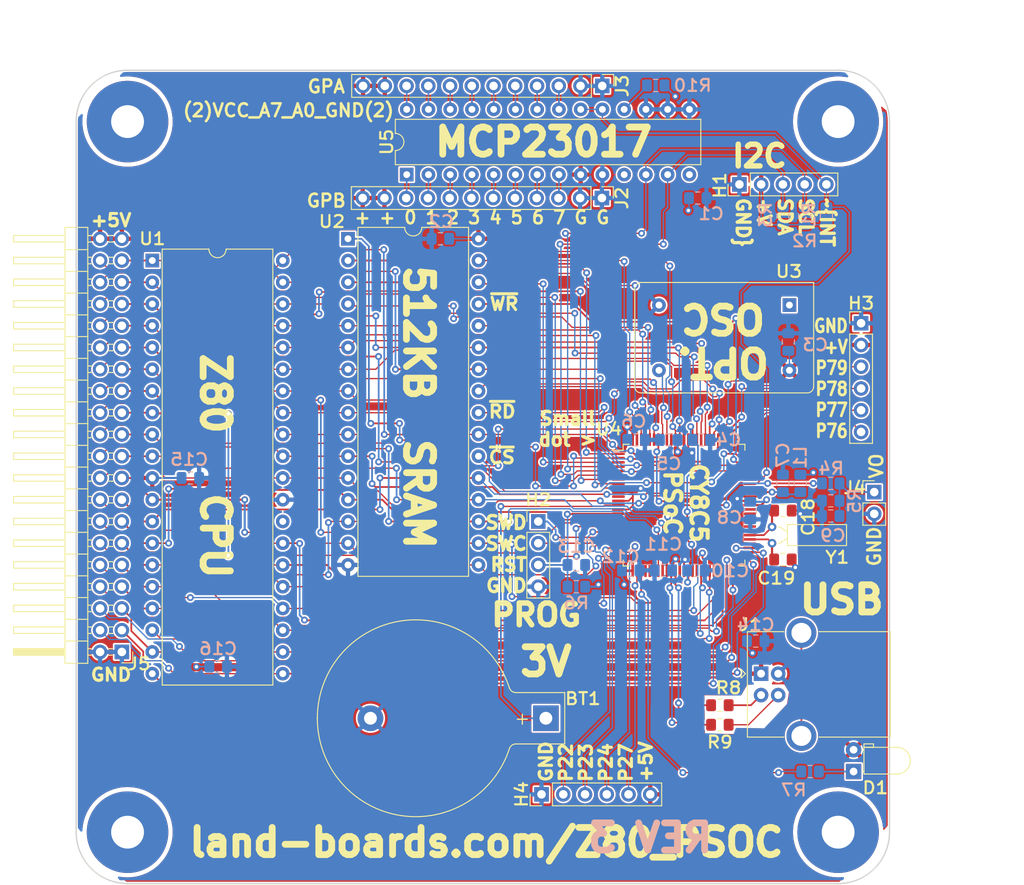
<source format=kicad_pcb>
(kicad_pcb (version 20211014) (generator pcbnew)
  (title_block (title "Z80_PSoC") (date "2019-09-25") (rev "1") (company "land-boards.com"))
  (layers (0 "F.Cu" signal) (31 "B.Cu" signal) (34 "B.Paste" user) (35 "F.Paste" user) (36 "B.SilkS" user "B.Silkscreen") (37 "F.SilkS" user "F.Silkscreen") (38 "B.Mask" user) (39 "F.Mask" user) (44 "Edge.Cuts" user))
  (net 0 "")
  (net 1 "GND")
  (net 2 "+5V")
  (net 3 "Net-(BT1-Pad1)")
  (net 4 "Net-(D1-Pad1)")
  (net 5 "Net-(J1-Pad5)")
  (net 6 "/USB-DM")
  (net 7 "/USB-DP")
  (net 8 "/~{INT}")
  (net 9 "Net-(R7-Pad2)")
  (net 10 "/CPUA11")
  (net 11 "/~{CPURD}")
  (net 12 "/CPUA12")
  (net 13 "/~{CPUWR}")
  (net 14 "/CPUA13")
  (net 15 "/~{BUSACK}")
  (net 16 "/CPUA14")
  (net 17 "/~{WAIT}")
  (net 18 "/CPUA15")
  (net 19 "/~{BUSRQ}")
  (net 20 "/CPUCLK")
  (net 21 "/~{CPURST}")
  (net 22 "/CPUD4")
  (net 23 "/~{M1}")
  (net 24 "/CPUD3")
  (net 25 "/CPUD5")
  (net 26 "/CPUD6")
  (net 27 "/CPUA0")
  (net 28 "/CPUA1")
  (net 29 "/CPUD2")
  (net 30 "/CPUA2")
  (net 31 "/CPUD7")
  (net 32 "/CPUA3")
  (net 33 "/CPUD0")
  (net 34 "/CPUA4")
  (net 35 "/CPUD1")
  (net 36 "/CPUA5")
  (net 37 "/CPUA6")
  (net 38 "/~{NMI}")
  (net 39 "/CPUA7")
  (net 40 "/~{HALT}")
  (net 41 "/CPUA8")
  (net 42 "/~{MREQ}")
  (net 43 "/CPUA9")
  (net 44 "/~{IORQ}")
  (net 45 "/CPUA10")
  (net 46 "/SCL")
  (net 47 "/SDA")
  (net 48 "Net-(U3-Pad8)")
  (net 49 "/SWD")
  (net 50 "/SWC")
  (net 51 "/P76")
  (net 52 "/P77")
  (net 53 "/P78")
  (net 54 "/P79")
  (net 55 "/SRAMA16")
  (net 56 "/SRAMA18")
  (net 57 "/SRAMA17")
  (net 58 "/~{MEMRD}")
  (net 59 "/~{MEMWR}")
  (net 60 "/~{SRAMCS}")
  (net 61 "/SRAMA11")
  (net 62 "/SRAMA12")
  (net 63 "/SRAMA13")
  (net 64 "/SRAMA14")
  (net 65 "/SRAMA15")
  (net 66 "/GPB7")
  (net 67 "/GPB0")
  (net 68 "/GPA7")
  (net 69 "/GPA0")
  (net 70 "/~{I2CINT}")
  (net 71 "/GPB1")
  (net 72 "/GPB2")
  (net 73 "/GPB3")
  (net 74 "/GPB4")
  (net 75 "/GPB5")
  (net 76 "/GPB6")
  (net 77 "/GPA1")
  (net 78 "/GPA2")
  (net 79 "/GPA3")
  (net 80 "/GPA4")
  (net 81 "/GPA5")
  (net 82 "/GPA6")
  (net 83 "/DAC_OUT")
  (net 84 "Net-(R8-Pad2)")
  (net 85 "Net-(R9-Pad2)")
  (net 86 "Net-(C10-Pad1)")
  (net 87 "Net-(C7-Pad1)")
  (net 88 "Net-(C8-Pad1)")
  (net 89 "Net-(C9-Pad2)")
  (net 90 "Net-(C13-Pad1)")
  (net 91 "Net-(C18-Pad2)")
  (net 92 "Net-(C19-Pad2)")
  (net 93 "Net-(R10-Pad2)")
  (net 94 "/P22")
  (net 95 "/P23")
  (net 96 "/P24")
  (net 97 "/P27")
  (footprint "Connector_PinHeader_2.54mm:PinHeader_1x06_P2.54mm_Vertical" (layer "F.Cu") (at 91.6813 29.5529)
    (fp_text reference "H3")
    (fp_text value "Conn_01x06")
  )
  (footprint "Package_DIP:DIP-32_W15.24mm" (layer "F.Cu") (at 31.75 19.685)
    (fp_text reference "U2")
    (fp_text value "AS6C4008")
  )
  (footprint "LandBoards_MountHoles:MTG-6-32" (layer "F.Cu") (at 6 6)
    (fp_text reference "MTG1" hide)
    (fp_text value "MTG_HOLE" hide)
  )
  (footprint "LandBoards_MountHoles:MTG-6-32" (layer "F.Cu") (at 89 6)
    (fp_text reference "MTG2" hide)
    (fp_text value "MTG_HOLE" hide)
  )
  (footprint "LandBoards_MountHoles:MTG-6-32" (layer "F.Cu") (at 6 89)
    (fp_text reference "MTG3" hide)
    (fp_text value "MTG_HOLE" hide)
  )
  (footprint "LandBoards_MountHoles:MTG-6-32" (layer "F.Cu") (at 89 89)
    (fp_text reference "MTG4" hide)
    (fp_text value "MTG_HOLE" hide)
  )
  (footprint "Package_DIP:DIP-28_W7.62mm" (layer "F.Cu") (at 38.608 12.192 90)
    (fp_text reference "U5")
    (fp_text value "MCP23017_SP")
  )
  (footprint "Connector_PinHeader_2.54mm:PinHeader_1x05_P2.54mm_Vertical" (layer "F.Cu") (at 77.47 13.335 90)
    (fp_text reference "H1")
    (fp_text value "Conn_01x05")
  )
  (footprint "Connector_PinHeader_2.54mm:PinHeader_1x12_P2.54mm_Vertical" (layer "F.Cu") (at 61.40704 14.93012 -90)
    (fp_text reference "J2")
    (fp_text value "Conn_01x12")
  )
  (footprint "Connector_PinHeader_2.54mm:PinHeader_1x12_P2.54mm_Vertical" (layer "F.Cu") (at 61.45022 1.83134 -90)
    (fp_text reference "J3")
    (fp_text value "Conn_01x12")
  )
  (footprint "Connector_PinHeader_2.54mm:PinHeader_1x02_P2.54mm_Vertical" (layer "F.Cu") (at 93.218 49.276)
    (fp_text reference "J4")
    (fp_text value "Conn_01x02")
  )
  (footprint "Capacitor_SMD:C_0805_2012Metric_Pad1.15x1.40mm_HandSolder" (layer "F.Cu") (at 82.55 51.435 180)
    (fp_text reference "C18")
    (fp_text value "18pF")
  )
  (footprint "Capacitor_SMD:C_0805_2012Metric_Pad1.15x1.40mm_HandSolder" (layer "F.Cu") (at 82.55 57.15 180)
    (fp_text reference "C19")
    (fp_text value "18pF")
  )
  (footprint "LED_THT:LED_D3.0mm_Horizontal_O1.27mm_Z2.0mm" (layer "F.Cu") (at 90.805 81.915 90)
    (fp_text reference "D1")
    (fp_text value "LED")
  )
  (footprint "Connector_PinHeader_2.54mm:PinHeader_1x04_P2.54mm_Vertical" (layer "F.Cu") (at 53.975 52.705)
    (fp_text reference "H2")
    (fp_text value "Conn_01x04")
  )
  (footprint "Connector_USB:USB_B_OST_USB-B1HSxx_Horizontal" (layer "F.Cu") (at 80 70.485)
    (fp_text reference "J1")
    (fp_text value "USB_B")
  )
  (footprint "Resistor_SMD:R_0805_2012Metric_Pad1.15x1.40mm_HandSolder" (layer "F.Cu") (at 75.184 74.168 180)
    (fp_text reference "R8")
    (fp_text value "22")
  )
  (footprint "Resistor_SMD:R_0805_2012Metric_Pad1.15x1.40mm_HandSolder" (layer "F.Cu") (at 75.184 76.454 180)
    (fp_text reference "R9")
    (fp_text value "22")
  )
  (footprint "Package_DIP:DIP-40_W15.24mm" (layer "F.Cu") (at 8.89 22.225)
    (fp_text reference "U1")
    (fp_text value "Z80CPU")
  )
  (footprint "Package_QFP:TQFP-100_14x14mm_P0.5mm" (layer "F.Cu") (at 71 50.8)
    (fp_text reference "U4")
    (fp_text value "CY8C5267AXI-LP051")
  )
  (footprint "Oscillator:Oscillator_DIP-14" (layer "F.Cu") (at 83.312 27.432 180)
    (fp_text reference "U3")
    (fp_text value "4.9152 MHz")
  )
  (footprint "Crystal:Crystal_C26-LF_D2.1mm_L6.5mm_Horizontal" (layer "F.Cu") (at 81.28 55.245 90)
    (fp_text reference "Y1")
    (fp_text value "32.768KHz")
  )
  (footprint "Battery:BatteryHolder_Keystone_103_1x20mm" (layer "F.Cu") (at 54.864 75.692 180)
    (fp_text reference "BT1")
    (fp_text value "Battery_Cell")
  )
  (footprint "Connector_PinHeader_2.54mm:PinHeader_2x20_P2.54mm_Horizontal" (layer "F.Cu") (at 5.334 67.945 180)
    (fp_text reference "J5")
    (fp_text value "Conn_02x20_Odd_Even")
  )
  (footprint "Connector_PinHeader_2.54mm:PinHeader_1x06_P2.54mm_Vertical" (layer "F.Cu") (at 54.356 84.582 90)
    (fp_text reference "H4")
    (fp_text value "Conn_01x06")
  )
  (footprint "Capacitor_SMD:C_0805_2012Metric_Pad1.15x1.40mm_HandSolder" (layer "B.Cu") (at 88.138 52.07)
    (fp_text reference "C9")
    (fp_text value "0.001uF")
  )
  (footprint "Resistor_SMD:R_0805_2012Metric_Pad1.15x1.40mm_HandSolder" (layer "B.Cu") (at 88.138 48.26 180)
    (fp_text reference "R4")
    (fp_text value "2.2K")
  )
  (footprint "Resistor_SMD:R_0805_2012Metric_Pad1.15x1.40mm_HandSolder" (layer "B.Cu") (at 88.138 50.292)
    (fp_text reference "R5")
    (fp_text value "100")
  )
  (footprint "Resistor_SMD:R_0805_2012Metric_Pad1.15x1.40mm_HandSolder" (layer "B.Cu") (at 82.55 17.018 90)
    (fp_text reference "R3")
    (fp_text value "2.2K")
  )
  (footprint "Resistor_SMD:R_0805_2012Metric_Pad1.15x1.40mm_HandSolder" (layer "B.Cu") (at 85.09 17.018 90)
    (fp_text reference "R2")
    (fp_text value "2.2K")
  )
  (footprint "Resistor_SMD:R_0805_2012Metric_Pad1.15x1.40mm_HandSolder" (layer "B.Cu") (at 87.63 17.018 90)
    (fp_text reference "R1")
    (fp_text value "10K")
  )
  (footprint "Capacitor_SMD:C_0805_2012Metric_Pad1.15x1.40mm_HandSolder" (layer "B.Cu") (at 58.42 57.785)
    (fp_text reference "C13")
    (fp_text value "0.1uF")
  )
  (footprint "Capacitor_SMD:C_0805_2012Metric_Pad1.15x1.40mm_HandSolder" (layer "B.Cu") (at 72.39 58.42)
    (fp_text reference "C10")
    (fp_text value "1uF")
  )
  (footprint "Capacitor_SMD:C_0805_2012Metric_Pad1.15x1.40mm_HandSolder" (layer "B.Cu") (at 73.025 43.18)
    (fp_text reference "C4")
    (fp_text value "1uF")
  )
  (footprint "Capacitor_SMD:C_0805_2012Metric_Pad1.15x1.40mm_HandSolder" (layer "B.Cu") (at 82.55 48.26 90)
    (fp_text reference "C7")
    (fp_text value "1uF")
  )
  (footprint "Capacitor_SMD:C_0805_2012Metric_Pad1.15x1.40mm_HandSolder" (layer "B.Cu") (at 78.74 51.435 -90)
    (fp_text reference "C8")
    (fp_text value "1uF")
  )
  (footprint "Capacitor_SMD:C_0805_2012Metric_Pad1.15x1.40mm_HandSolder" (layer "B.Cu") (at 16.5825 69.6595 180)
    (fp_text reference "C16")
    (fp_text value "0.1uF")
  )
  (footprint "Capacitor_SMD:C_0805_2012Metric_Pad1.15x1.40mm_HandSolder" (layer "B.Cu") (at 64.77 58.42 180)
    (fp_text reference "C12")
    (fp_text value "0.1uF")
  )
  (footprint "Capacitor_SMD:C_0805_2012Metric_Pad1.15x1.40mm_HandSolder" (layer "B.Cu") (at 13.335 47.625 180)
    (fp_text reference "C15")
    (fp_text value "0.1uF")
  )
  (footprint "Capacitor_SMD:C_0805_2012Metric_Pad1.15x1.40mm_HandSolder" (layer "B.Cu") (at 79.375 66.675 180)
    (fp_text reference "C14")
    (fp_text value "0.1uF")
  )
  (footprint "Capacitor_SMD:C_0805_2012Metric_Pad1.15x1.40mm_HandSolder" (layer "B.Cu") (at 65.405 43.18 180)
    (fp_text reference "C6")
    (fp_text value "0.1uF")
  )
  (footprint "Capacitor_SMD:C_0805_2012Metric_Pad1.15x1.40mm_HandSolder" (layer "B.Cu") (at 42.545 19.685)
    (fp_text reference "C2")
    (fp_text value "0.1uF")
  )
  (footprint "Capacitor_SMD:C_0805_2012Metric_Pad1.15x1.40mm_HandSolder" (layer "B.Cu") (at 83.185 31.75 -90)
    (fp_text reference "C3")
    (fp_text value "0.1uF")
  )
  (footprint "Capacitor_SMD:C_0805_2012Metric_Pad1.15x1.40mm_HandSolder" (layer "B.Cu") (at 72.60082 14.93266 180)
    (fp_text reference "C1")
    (fp_text value "0.1uF")
  )
  (footprint "Capacitor_SMD:C_0805_2012Metric_Pad1.15x1.40mm_HandSolder" (layer "B.Cu") (at 68.58 58.42)
    (fp_text reference "C11")
    (fp_text value "0.1uF")
  )
  (footprint "Inductor_SMD:L_0805_2012Metric_Pad1.15x1.40mm_HandSolder" (layer "B.Cu") (at 84.582 48.26 90)
    (fp_text reference "L1")
    (fp_text value "HZ0805E601R-10")
  )
  (footprint "Resistor_SMD:R_0805_2012Metric_Pad1.15x1.40mm_HandSolder" (layer "B.Cu") (at 58.42 60.325 180)
    (fp_text reference "R6")
    (fp_text value "3.9K")
  )
  (footprint "Resistor_SMD:R_0805_2012Metric_Pad1.15x1.40mm_HandSolder" (layer "B.Cu") (at 85.725 81.915 180)
    (fp_text reference "R7")
    (fp_text value "330")
  )
  (footprint "Capacitor_SMD:C_0805_2012Metric_Pad1.15x1.40mm_HandSolder" (layer "B.Cu") (at 69.215 43.18)
    (fp_text reference "C5")
    (fp_text value "0.1uF")
  )
  (footprint "Resistor_SMD:R_0805_2012Metric_Pad1.15x1.40mm_HandSolder" (layer "B.Cu") (at 67.691 1.778 180)
    (fp_text reference "R10")
    (fp_text value "10K")
  )
  (gr_line (start 89 0) (end 6 0) (layer "Edge.Cuts") (width 0.15))
  (gr_line (start 6 95) (end 89 95) (layer "Edge.Cuts") (width 0.15))
  (gr_line (start 0 6) (end 0 89) (layer "Edge.Cuts") (width 0.15))
  (gr_arc (start 95 89) (mid 93.242641 93.242641) (end 89 95) (layer "Edge.Cuts") (width 0.15))
  (gr_arc (start 0 6) (mid 1.757359 1.757359) (end 6 0) (layer "Edge.Cuts") (width 0.15))
  (gr_line (start 95 89) (end 95 6) (layer "Edge.Cuts") (width 0.15))
  (gr_arc (start 6 95) (mid 1.757359 93.242641) (end 0 89) (layer "Edge.Cuts") (width 0.15))
  (gr_arc (start 89 0) (mid 93.242641 1.757359) (end 95 6) (layer "Edge.Cuts") (width 0.15))
  (gr_text "REV 3" (at 67.056 89.662) (layer "B.SilkS") (effects (font (size 3.175 3.175) (thickness 0.79375)) (justify mirror)))
  (gr_text "GND\n+V\nP79\nP78\nP77\nP76" (at 90.297 36.0045) (layer "F.SilkS") (effects (font (size 1.524 1.27) (thickness 0.3175)) (justify right)))
  (gr_text "+ + 0 1 2 3 4 5 6 7 G G" (at 47.38878 17.19834) (layer "F.SilkS") (effects (font (size 1.5 1.45) (thickness 0.3))))
  (gr_text "MCP23017" (at 54.61 8.382) (layer "F.SilkS") (effects (font (size 3.175 3.175) (thickness 0.79375))))
  (gr_text "~{INT\nSCL\nSDA\n+V\nGND}" (at 82.804 14.732 270) (layer "F.SilkS") (effects (font (size 1.524 1.524) (thickness 0.381)) (justify left)))
  (gr_text "GPB" (at 29.21 15.24) (layer "F.SilkS") (effects (font (size 1.5 1.5) (thickness 0.3))))
  (gr_text "GPA" (at 29.21 1.905) (layer "F.SilkS") (effects (font (size 1.5 1.5) (thickness 0.3))))
  (gr_text "GND" (at 93.218 55.626 90) (layer "F.SilkS") (effects (font (size 1.5 1.5) (thickness 0.3))))
  (gr_text "VO" (at 93.472 46.228 90) (layer "F.SilkS") (effects (font (size 1.5 1.5) (thickness 0.3))))
  (gr_text "Z80   CPU" (at 16.256 46.228 270) (layer "F.SilkS") (effects (font (size 3.175 3.175) (thickness 0.79375))))
  (gr_text "512KB  SRAM" (at 40.005 39.37 270) (layer "F.SilkS") (effects (font (size 3.175 3.175) (thickness 0.79375))))
  (gr_text "CY8C5\nPSoC" (at 71.1835 50.546 270) (layer "F.SilkS") (effects (font (size 1.905 1.905) (thickness 0.47625))))
  (gr_text "3V" (at 54.864 69.088) (layer "F.SilkS") (effects (font (size 3.175 3.175) (thickness 0.79375))))
  (gr_text "I2C" (at 83.312 10.033) (layer "F.SilkS") (effects (font (size 2.54 2.54) (thickness 0.635)) (justify right)))
  (gr_text "land-boards.com/Z80_PSOC" (at 47.9171 90.1954) (layer "F.SilkS") (effects (font (size 3.175 3.175) (thickness 0.79375))))
  (gr_text "OPT.\nOSC" (at 75.5523 31.5341 180) (layer "F.SilkS") (effects (font (size 3.175 3.175) (thickness 0.79375))))
  (gr_text "SWD\nSWC\nRST\nGND" (at 52.832 56.5277) (layer "F.SilkS") (effects (font (size 1.524 1.524) (thickness 0.381)) (justify right)))
  (gr_text "PROG" (at 59.309 63.627) (layer "F.SilkS") (effects (font (size 2.54 2.54) (thickness 0.635)) (justify right)))
  (gr_text "Small\ndot >" (at 57.404 41.91) (layer "F.SilkS") (effects (font (size 1.524 1.524) (thickness 0.381))))
  (gr_text "~{WR}" (at 48.133 27.305) (layer "F.SilkS") (effects (font (size 1.4478 1.524) (thickness 0.34925)) (justify left)))
  (gr_text "~{RD}" (at 48.006 39.878) (layer "F.SilkS") (effects (font (size 1.4478 1.524) (thickness 0.34925)) (justify left)))
  (gr_text "+5V" (at 1.524 17.526) (layer "F.SilkS") (effects (font (size 1.4478 1.524) (thickness 0.34925)) (justify left)))
  (gr_text "GND" (at 1.524 70.612) (layer "F.SilkS") (effects (font (size 1.4478 1.524) (thickness 0.34925)) (justify left)))
  (gr_text "GND\nP22\nP23\nP24\nP27\n+5V" (at 60.706 83.312 90) (layer "F.SilkS") (effects (font (size 1.4478 1.524) (thickness 0.36195)) (justify left)))
  (gr_text "USB" (at 89.4207 61.849) (layer "F.SilkS") (effects (font (size 3.175 3.175) (thickness 0.79375))))
  (gr_text "~{CS}" (at 48.006 45.212) (layer "F.SilkS") (effects (font (size 1.4478 1.524) (thickness 0.34925)) (justify left)))
  (gr_text "(2)VCC_A7_A0_GND(2)" (at 24.79802 4.69138) (layer "F.SilkS") (effects (font (size 1.5 1.5) (thickness 0.3))))
  (segment (start 77.47 50.038) (end 77.47 49.53) (width 0.2032) (layer "F.Cu") (net 1))
  (segment (start 77.47 49.53) (end 77.7 49.3) (width 0.2032) (layer "F.Cu") (net 1))
  (segment (start 65.480279 49.3) (end 65.937099 48.84318) (width 0.2032) (layer "F.Cu") (net 1))
  (segment (start 64.794 49.3) (end 65.024 49.53) (width 0.2032) (layer "F.Cu") (net 1))
  (segment (start 63.3375 50.3) (end 64.5334 50.3) (width 0.2032) (layer "F.Cu") (net 1))
  (segment (start 71.5 44.2712) (end 71.9201 44.6913) (width 0.2032) (layer "F.Cu") (net 1))
  (segment (start 65.024 49.53) (end 65.024 49.8094) (width 0.2032) (layer "F.Cu") (net 1))
  (segment (start 78.6625 50.3) (end 77.732 50.3) (width 0.2032) (layer "F.Cu") (net 1))
  (segment (start 77.7 49.3) (end 78.6625 49.3) (width 0.2032) (layer "F.Cu") (net 1))
  (segment (start 77.47 50.038) (end 77.216 50.038) (width 0.2032) (layer "F.Cu") (net 1))
  (segment (start 65.024 50.8381) (end 65.024 49.8094) (width 0.2032) (layer "F.Cu") (net 1))
  (segment (start 63.3375 49.3) (end 65.480279 49.3) (width 0.2032) (layer "F.Cu") (net 1))
  (segment (start 64.5621 51.3) (end 65.024 50.8381) (width 0.2032) (layer "F.Cu") (net 1))
  (segment (start 84.201 51.435) (end 84.582 51.816) (width 0.2032) (layer "F.Cu") (net 1))
  (segment (start 63.3375 51.3) (end 64.5621 51.3) (width 0.2032) (layer "F.Cu") (net 1))
  (segment (start 64.5334 50.3) (end 65.024 49.8094) (width 0.2032) (layer "F.Cu") (net 1))
  (segment (start 77.732 50.3) (end 77.47 50.038) (width 0.2032) (layer "F.Cu") (net 1))
  (segment (start 71.5 43.1375) (end 71.5 44.2712) (width 0.2032) (layer "F.Cu") (net 1))
  (segment (start 71 57.27) (end 71.12 57.15) (width 0.2032) (layer "F.Cu") (net 1))
  (segment (start 83.575 57.655) (end 84 58.08) (width 0.25) (layer "F.Cu") (net 1))
  (segment (start 71 58.4625) (end 71 57.27) (width 0.2032) (layer "F.Cu") (net 1))
  (segment (start 83.575 51.435) (end 84.201 51.435) (width 0.2032) (layer "F.Cu") (net 1))
  (via (at 84.582 51.816) (size 0.8) (drill 0.4) (layers "F.Cu" "B.Cu") (net 1))
  (via (at 77.216 50.038) (size 0.8) (drill 0.4) (layers "F.Cu" "B.Cu") (net 1))
  (via (at 84 58.08) (size 0.8) (drill 0.4) (layers "F.Cu" "B.Cu") (net 1))
  (via (at 71.9201 44.6913) (size 0.8) (drill 0.4) (layers "F.Cu" "B.Cu") (net 1))
  (via (at 71.12 57.15) (size 0.8) (drill 0.4) (layers "F.Cu" "B.Cu") (net 1))
  (via (at 65.937099 48.84318) (size 0.8) (drill 0.4) (layers "F.Cu" "B.Cu") (net 1))
  (segment (start 70.5993 44.577) (end 70.2564 44.577) (width 0.2032) (layer "F.Cu") (net 2))
  (segment (start 70.5 57.58) (end 70 57.08) (width 0.2032) (layer "F.Cu") (net 2))
  (segment (start 70.5 58.4625) (end 70.5 57.58) (width 0.2032) (layer "F.Cu") (net 2))
  (segment (start 71 43.1375) (end 71 43.840292) (width 0.2032) (layer "F.Cu") (net 2))
  (segment (start 65 42.3178) (end 64.3636 41.6814) (width 0.2032) (layer "F.Cu") (net 2))
  (segment (start 65 43.1375) (end 65 42.3178) (width 0.2032) (layer "F.Cu") (net 2))
  (segment (start 71 43.840292) (end 70.9803 43.859992) (width 0.2032) (layer "F.Cu") (net 2))
  (segment (start 70.9803 43.859992) (end 70.9803 44.196) (width 0.2032) (layer "F.Cu") (net 2))
  (segment (start 70.9803 44.196) (end 70.5993 44.577) (width 0.2032) (layer "F.Cu") (net 2))
  (via (at 64 60.08) (size 0.8) (drill 0.4) (layers "F.Cu" "B.Cu") (net 2))
  (via (at 64.3636 41.6814) (size 0.8) (drill 0.4) (layers "F.Cu" "B.Cu") (net 2))
  (via (at 14.0462 69.6849) (size 0.8) (drill 0.4) (layers "F.Cu" "B.Cu") (net 2))
  (via (at 61 60.08) (size 0.8) (drill 0.4) (layers "F.Cu" "B.Cu") (net 2))
  (via (at 86.106 46.99) (size 0.8) (drill 0.4) (layers "F.Cu" "B.Cu") (net 2))
  (via (at 69.977 3.048) (size 0.8) (drill 0.4) (layers "F.Cu" "B.Cu") (net 2))
  (via (at 70.2564 44.577) (size 0.8) (drill 0.4) (layers "F.Cu" "B.Cu") (net 2))
  (via (at 71.50354 16.38046) (size 0.8) (drill 0.4) (layers "F.Cu" "B.Cu") (net 2))
  (via (at 70 57.08) (size 0.8) (drill 0.4) (layers "F.Cu" "B.Cu") (net 2))
  (via (at 79 68.08) (size 0.8) (drill 0.4) (layers "F.Cu" "B.Cu") (net 2))
  (segment (start 70.2564 44.577) (end 70.2564 43.1964) (width 0.2032) (layer "B.Cu") (net 2))
  (segment (start 78.35 66.675) (end 78.35 67.43) (width 0.25) (layer "B.Cu") (net 2))
  (segment (start 80.781 18.043) (end 82.55 18.043) (width 0.1524) (layer "B.Cu") (net 2))
  (segment (start 64.38 43.18) (end 64.38 41.6978) (width 0.2032) (layer "B.Cu") (net 2))
  (segment (start 78.35 67.43) (end 79 68.08) (width 0.25) (layer "B.Cu") (net 2))
  (segment (start 83.312 35.052) (end 83.312 32.902) (width 0.1524) (layer "B.Cu") (net 2))
  (segment (start 71.57582 14.93266) (end 71.57582 16.30818) (width 0.1524) (layer "B.Cu") (net 2))
  (segment (start 68.716 1.787) (end 69.977 3.048) (width 0.2032) (layer "B.Cu") (net 2))
  (segment (start 15.5575 69.6595) (end 14.0716 69.6595) (width 0.2032) (layer "B.Cu") (net 2))
  (segment (start 8.89 47.625) (end 12.31 47.625) (width 0.25) (layer "B.Cu") (net 2))
  (segment (start 69.605 58.42) (end 69.605 57.475) (width 0.25) (layer "B.Cu") (net 2))
  (segment (start 63.745 58.42) (end 63.745 59.26328) (width 0.1524) (layer "B.Cu") (net 2))
  (segment (start 14.0716 69.6595) (end 14.0462 69.6849) (width 0.2032) (layer "B.Cu") (net 2))
  (segment (start 43.57 19.685) (end 46.99 19.685) (width 0.1524) (layer "B.Cu") (net 2))
  (segment (start 85.861 47.235) (end 86.106 46.99) (width 0.2032) (layer "B.Cu") (net 2))
  (segment (start 84.582 47.235) (end 85.861 47.235) (width 0.2032) (layer "B.Cu") (net 2))
  (segment (start 63.745 59.26328) (end 63.748965 59.26328) (width 0.1524) (layer "B.Cu") (net 2))
  (segment (start 60.755 60.325) (end 61 60.08) (width 0.25) (layer "B.Cu") (net 2))
  (segment (start 63.748965 59.26328) (end 64 59.514315) (width 0.1524) (layer "B.Cu") (net 2))
  (segment (start 64 59.514315) (end 64 60.08) (width 0.1524) (layer "B.Cu") (net 2))
  (segment (start 82.55 18.043) (end 87.63 18.043) (width 0.1524) (layer "B.Cu") (net 2))
  (segment (start 71.57582 16.30818) (end 71.50354 16.38046) (width 0.1524) (layer "B.Cu") (net 2))
  (segment (start 80.01 13.335) (end 80.01 17.272) (width 0.1524) (layer "B.Cu") (net 2))
  (segment (start 59.445 60.325) (end 60.755 60.325) (width 0.25) (layer "B.Cu") (net 2))
  (segment (start 80.01 17.272) (end 80.781 18.043) (width 0.1524) (layer "B.Cu") (net 2))
  (segment (start 64.38 41.6978) (end 64.3636 41.6814) (width 0.2032) (layer "B.Cu") (net 2))
  (segment (start 69.605 57.475) (end 70 57.08) (width 0.25) (layer "B.Cu") (net 2))
  (segment (start 63.3375 50.8) (end 61.741999 50.8) (width 0.1524) (layer "F.Cu") (net 3))
  (segment (start 61.741999 50.8) (end 61.595 50.946999) (width 0.1524) (layer "F.Cu") (net 3))
  (segment (start 61.595 50.946999) (end 49.6062 50.946999) (width 0.1524) (layer "F.Cu") (net 3))
  (via (at 49.6062 50.946999) (size 0.8) (drill 0.4) (layers "F.Cu" "B.Cu") (net 3))
  (segment (start 52.1462 75.692) (end 49.6062 73.152) (width 0.2032) (layer "B.Cu") (net 3))
  (segment (start 49.6062 73.152) (end 49.6062 50.946999) (width 0.2032) (layer "B.Cu") (net 3))
  (segment (start 54.864 75.692) (end 52.1462 75.692) (width 0.2032) (layer "B.Cu") (net 3))
  (segment (start 90.805 81.915) (end 86.75 81.915) (width 0.2032) (layer "B.Cu") (net 4))
  (segment (start 84.71 65.715) (end 84.71 77.755) (width 0.2032) (layer "F.Cu") (net 5))
  (segment (start 78.817 74.168) (end 80 72.985) (width 0.2032) (layer "F.Cu") (net 6))
  (segment (start 76.209 74.168) (end 78.817 74.168) (width 0.2032) (layer "F.Cu") (net 6))
  (segment (start 78.531 76.454) (end 82 72.985) (width 0.1524) (layer "F.Cu") (net 7))
  (segment (start 76.209 76.454) (end 78.531 76.454) (width 0.1524) (layer "F.Cu") (net 7))
  (segment (start 18.808601 63.893601) (end 25.402417 63.893601) (width 0.1524) (layer "F.Cu") (net 8))
  (segment (start 25.402417 63.893601) (end 26.361317 64.852501) (width 0.1524) (layer "F.Cu") (net 8))
  (segment (start 7.874 60.325) (end 8.89 60.325) (width 0.2032) (layer "F.Cu") (net 8))
  (segment (start 75.5 63.627) (end 75.5 58.4625) (width 0.2032) (layer "F.Cu") (net 8))
  (segment (start 8.89 60.325) (end 15.24 60.325) (width 0.1524) (layer "F.Cu") (net 8))
  (segment (start 26.361317 64.852501) (end 74.274499 64.852501) (width 0.1524) (layer "F.Cu") (net 8))
  (segment (start 15.24 60.325) (end 18.808601 63.893601) (width 0.1524) (layer "F.Cu") (net 8))
  (segment (start 74.274499 64.852501) (end 75.5 63.627) (width 0.1524) (layer "F.Cu") (net 8))
  (segment (start 5.334 57.785) (end 7.874 60.325) (width 0.2032) (layer "F.Cu") (net 8))
  (segment (start 66 58.4625) (end 66 61.174) (width 0.2032) (layer "F.Cu") (net 9))
  (segment (start 66 61.174) (end 66.04 61.214) (width 0.2032) (layer "F.Cu") (net 9))
  (segment (start 70.866 82.042) (end 82.042 82.042) (width 0.1524) (layer "F.Cu") (net 9))
  (via (at 70.866 82.042) (size 0.8) (drill 0.4) (layers "F.Cu" "B.Cu") (net 9))
  (via (at 66.04 61.214) (size 0.8) (drill 0.4) (layers "F.Cu" "B.Cu") (net 9))
  (via (at 82.042 82.042) (size 0.8) (drill 0.4) (layers "F.Cu" "B.Cu") (net 9))
  (segment (start 82.169 81.915) (end 82.042 82.042) (width 0.1524) (layer "B.Cu") (net 9))
  (segment (start 66.802 74.168) (end 66.802 77.978) (width 0.1524) (layer "B.Cu") (net 9))
  (segment (start 66.802 61.976) (end 66.802 74.168) (width 0.2032) (layer "B.Cu") (net 9))
  (segment (start 66.802 77.978) (end 70.866 82.042) (width 0.1524) (layer "B.Cu") (net 9))
  (segment (start 66.04 61.214) (end 66.802 61.976) (width 0.2032) (layer "B.Cu") (net 9))
  (segment (start 84.7 81.915) (end 82.169 81.915) (width 0.1524) (layer "B.Cu") (net 9))
  (segment (start 69 43.1375) (end 69 40.4677) (width 0.1524) (layer "F.Cu") (net 10))
  (segment (start 5.334 22.225) (end 8.89 22.225) (width 0.2032) (layer "F.Cu") (net 10))
  (segment (start 8.89 22.225) (end 14.455239 22.225) (width 0.1524) (layer "F.Cu") (net 10))
  (segment (start 35.65144 18.630999) (end 38.19144 21.170999) (width 0.1524) (layer "F.Cu") (net 10))
  (segment (start 38.19144 21.170999) (end 67.652999 21.170999) (width 0.1524) (layer "F.Cu") (net 10))
  (segment (start 69 40.4677) (end 69.0309 40.4368) (width 0.1524) (layer "F.Cu") (net 10))
  (segment (start 14.455239 22.225) (end 18.04924 18.630999) (width 0.1524) (layer "F.Cu") (net 10))
  (segment (start 18.04924 18.630999) (end 35.65144 18.630999) (width 0.1524) (layer "F.Cu") (net 10))
  (segment (start 67.652999 21.170999) (end 69.342 22.86) (width 0.1524) (layer "F.Cu") (net 10))
  (via (at 69.342 22.86) (size 0.8) (drill 0.4) (layers "F.Cu" "B.Cu") (net 10))
  (via (at 69.0309 40.4368) (size 0.8) (drill 0.4) (layers "F.Cu" "B.Cu") (net 10))
  (segment (start 68.916599 36.083771) (end 69.342 35.65837) (width 0.1524) (layer "B.Cu") (net 10))
  (segment (start 69.2404 39.661615) (end 69.2404 37.6936) (width 0.1524) (layer "B.Cu") (net 10))
  (segment (start 69.2404 37.6936) (end 68.916599 37.369799) (width 0.1524) (layer "B.Cu") (net 10))
  (segment (start 69.342 35.65837) (end 69.342 22.86) (width 0.1524) (layer "B.Cu") (net 10))
  (segment (start 69.0309 40.4368) (end 69.0309 39.871115) (width 0.1524) (layer "B.Cu") (net 10))
  (segment (start 68.916599 37.369799) (end 68.916599 36.083771) (width 0.1524) (layer "B.Cu") (net 10))
  (segment (start 69.0309 39.871115) (end 69.2404 39.661615) (width 0.1524) (layer "B.Cu") (net 10))
  (segment (start 77.089 70.485) (end 77.216 70.358) (width 0.2032) (layer "F.Cu") (net 11))
  (segment (start 24.13 70.485) (end 11.43 70.485) (width 0.1524) (layer "F.Cu") (net 11))
  (segment (start 80.176 56.3) (end 80.264 56.388) (width 0.1524) (layer "F.Cu") (net 11))
  (segment (start 24.13 70.485) (end 77.089 70.485) (width 0.2032) (layer "F.Cu") (net 11))
  (segment (start 11.43 70.485) (end 10.795 69.85) (width 0.1524) (layer "F.Cu") (net 11))
  (segment (start 78.6625 56.3) (end 80.176 56.3) (width 0.1524) (layer "F.Cu") (net 11))
  (via (at 10.795 69.85) (size 0.8) (drill 0.4) (layers "F.Cu" "B.Cu") (net 11))
  (via (at 80.264 56.388) (size 0.8) (drill 0.4) (layers "F.Cu" "B.Cu") (net 11))
  (via (at 77.216 70.358) (size 0.8) (drill 0.4) (layers "F.Cu" "B.Cu") (net 11))
  (segment (start 2.794 65.405) (end 3.872601 66.483601) (width 0.1524) (layer "B.Cu") (net 11))
  (segment (start 9.918601 68.973601) (end 8.013601 68.973601) (width 0.1524) (layer "B.Cu") (net 11))
  (segment (start 8.013601 68.973601) (end 6.412601 67.372601) (width 0.1524) (layer "B.Cu") (net 11))
  (segment (start 77.216 65.744987) (end 80.264 62.696987) (width 0.1524) (layer "B.Cu") (net 11))
  (segment (start 6.412601 67.372601) (end 6.412601 66.912119) (width 0.1524) (layer "B.Cu") (net 11))
  (segment (start 5.984083 66.483601) (end 3.872601 66.483601) (width 0.1524) (layer "B.Cu") (net 11))
  (segment (start 10.795 69.85) (end 9.918601 68.973601) (width 0.1524) (layer "B.Cu") (net 11))
  (segment (start 77.216 70.358) (end 77.216 65.744987) (width 0.1524) (layer "B.Cu") (net 11))
  (segment (start 6.412601 66.912119) (end 5.984083 66.483601) (width 0.1524) (layer "B.Cu") (net 11))
  (segment (start 80.264 62.696987) (end 80.264 56.388) (width 0.1524) (layer "B.Cu") (net 11))
  (segment (start 53.52288 26.52776) (end 53.51018 26.51506) (width 0.1524) (layer "F.Cu") (net 12))
  (segment (start 45.605799 26.276399) (end 50.628114 26.276399) (width 0.1524) (layer "F.Cu") (net 12))
  (segment (start 30.7848 26.1366) (end 45.466 26.1366) (width 0.1524) (layer "F.Cu") (net 12))
  (segment (start 24.599801 25.793601) (end 25.342801 26.536601) (width 0.1524) (layer "F.Cu") (net 12))
  (segment (start 9.918601 25.793601) (end 24.599801 25.793601) (width 0.1524) (layer "F.Cu") (net 12))
  (segment (start 53.51018 26.51506) (end 50.866775 26.51506) (width 0.1524) (layer "F.Cu") (net 12))
  (segment (start 58.0263 47.93742) (end 55.9562 47.93742) (width 0.1524) (layer "F.Cu") (net 12))
  (segment (start 58.66372 47.3) (end 58.0263 47.93742) (width 0.1524) (layer "F.Cu") (net 12))
  (segment (start 63.3375 47.3) (end 58.66372 47.3) (width 0.1524) (layer "F.Cu") (net 12))
  (segment (start 45.466 26.1366) (end 45.605799 26.276399) (width 0.1524) (layer "F.Cu") (net 12))
  (segment (start 55.8928 26.52776) (end 53.52288 26.52776) (width 0.1524) (layer "F.Cu") (net 12))
  (segment (start 8.89 24.765) (end 9.918601 25.793601) (width 0.1524) (layer "F.Cu") (net 12))
  (segment (start 30.384799 26.536601) (end 30.7848 26.1366) (width 0.1524) (layer "F.Cu") (net 12))
  (segment (start 50.866775 26.51506) (end 50.628114 26.276399) (width 0.1524) (layer "F.Cu") (net 12))
  (segment (start 25.342801 26.536601) (end 30.384799 26.536601) (width 0.1524) (layer "F.Cu") (net 12))
  (segment (start 5.334 24.765) (end 8.89 24.765) (width 0.2032) (layer "F.Cu") (net 12))
  (via (at 55.9562 47.93742) (size 0.8) (drill 0.4) (layers "F.Cu" "B.Cu") (net 12))
  (via (at 55.8928 26.52776) (size 0.8) (drill 0.4) (layers "F.Cu" "B.Cu") (net 12))
  (segment (start 55.9562 47.93742) (end 55.9562 26.59116) (width 0.1524) (layer "B.Cu") (net 12))
  (segment (start 55.9562 26.59116) (end 55.8928 26.52776) (width 0.1524) (layer "B.Cu") (net 12))
  (segment (start 24.13 67.945) (end 75.22464 67.945) (width 0.1524) (layer "F.Cu") (net 13))
  (segment (start 24.13 67.945) (end 12.7 67.945) (width 0.1524) (layer "F.Cu") (net 13))
  (segment (start 75.22464 67.945) (end 75.80376 67.36588) (width 0.1524) (layer "F.Cu") (net 13))
  (segment (start 78.6625 57.303981) (end 79.102 57.743481) (width 0.1524) (layer "F.Cu") (net 13))
  (segment (start 78.6625 56.8) (end 78.6625 57.303981) (width 0.1524) (layer "F.Cu") (net 13))
  (segment (start 12.7 67.945) (end 12.065 67.31) (width 0.1524) (layer "F.Cu") (net 13))
  (via (at 75.80376 67.36588) (size 0.8) (drill 0.4) (layers "F.Cu" "B.Cu") (net 13))
  (via (at 79.102 57.743481) (size 0.8) (drill 0.4) (layers "F.Cu" "B.Cu") (net 13))
  (via (at 12.065 67.31) (size 0.8) (drill 0.4) (layers "F.Cu" "B.Cu") (net 13))
  (segment (start 76.203759 66.965881) (end 76.203759 63.709227) (width 0.1524) (layer "B.Cu") (net 13))
  (segment (start 5.906271 63.943601) (end 3.872601 63.943601) (width 0.1524) (layer "B.Cu") (net 13))
  (segment (start 2.794 62.865) (end 3.872601 63.943601) (width 0.1524) (layer "B.Cu") (net 13))
  (segment (start 11.188601 66.433601) (end 8.396271 66.433601) (width 0.1524) (layer "B.Cu") (net 13))
  (segment (start 75.80376 67.36588) (end 76.203759 66.965881) (width 0.1524) (layer "B.Cu") (net 13))
  (segment (start 8.396271 66.433601) (end 5.906271 63.943601) (width 0.1524) (layer "B.Cu") (net 13))
  (segment (start 76.203759 63.709227) (end 79.102 60.810986) (width 0.1524) (layer "B.Cu") (net 13))
  (segment (start 79.102 60.810986) (end 79.102 57.743481) (width 0.1524) (layer "B.Cu") (net 13))
  (segment (start 12.065 67.31) (end 11.188601 66.433601) (width 0.1524) (layer "B.Cu") (net 13))
  (segment (start 28.956 25.908) (end 28.390315 25.908) (width 0.1524) (layer "F.Cu") (net 14))
  (segment (start 5.334 27.305) (end 8.89 27.305) (width 0.2032) (layer "F.Cu") (net 14))
  (segment (start 46.6344 25.819001) (end 58.877101 25.819001) (width 0.2032) (layer "F.Cu") (net 14))
  (segment (start 59.402512 47.8) (end 58.977181 48.225331) (width 0.1524) (layer "F.Cu") (net 14))
  (segment (start 46.6344 25.819001) (end 46.609 25.793601) (width 0.1524) (layer "F.Cu") (net 14))
  (segment (start 59.105781 47.8) (end 58.977181 47.9286) (width 0.1524) (layer "F.Cu") (net 14))
  (segment (start 28.2956 28.5115) (end 28.3591 28.448) (width 0.2032) (layer "F.Cu") (net 14))
  (segment (start 8.89 27.305) (end 10.0965 28.5115) (width 0.2032) (layer "F.Cu") (net 14))
  (segment (start 59.105781 47.8) (end 63.3375 47.8) (width 0.1524) (layer "F.Cu") (net 14))
  (segment (start 10.0965 28.5115) (end 28.2956 28.5115) (width 0.2032) (layer "F.Cu") (net 14))
  (segment (start 29.070399 25.793601) (end 28.956 25.908) (width 0.1524) (layer "F.Cu") (net 14))
  (segment (start 46.609 25.793601) (end 29.070399 25.793601) (width 0.1524) (layer "F.Cu") (net 14))
  (segment (start 58.877101 25.819001) (end 58.8899 25.8318) (width 0.2032) (layer "F.Cu") (net 14))
  (via (at 28.3591 28.448) (size 0.8) (drill 0.4) (layers "F.Cu" "B.Cu") (net 14))
  (via (at 58.8899 25.8318) (size 0.8) (drill 0.4) (layers "F.Cu" "B.Cu") (net 14))
  (via (at 58.977181 47.9286) (size 0.8) (drill 0.4) (layers "F.Cu" "B.Cu") (net 14))
  (via (at 28.390315 25.908) (size 0.8) (drill 0.4) (layers "F.Cu" "B.Cu") (net 14))
  (segment (start 58.977181 45.003951) (end 58.902601 44.929371) (width 0.1524) (layer "B.Cu") (net 14))
  (segment (start 58.8899 26.397485) (end 58.8899 25.8318) (width 0.1524) (layer "B.Cu") (net 14))
  (segment (start 58.902601 44.929371) (end 58.902601 26.410186) (width 0.1524) (layer "B.Cu") (net 14))
  (segment (start 58.977181 47.9286) (end 58.977181 45.003951) (width 0.1524) (layer "B.Cu") (net 14))
  (segment (start 58.902601 26.410186) (end 58.8899 26.397485) (width 0.1524) (layer "B.Cu") (net 14))
  (segment (start 28.3591 28.448) (end 28.3591 25.939215) (width 0.2032) (layer "B.Cu") (net 14))
  (segment (start 28.3591 25.939215) (end 28.390315 25.908) (width 0.2032) (layer "B.Cu") (net 14))
  (segment (start 9.995001 64.605001) (end 9.283601 63.893601) (width 0.1524) (layer "F.Cu") (net 15))
  (segment (start 7.958931 63.893601) (end 5.66033 61.595) (width 0.1524) (layer "F.Cu") (net 15))
  (segment (start 2.794 60.325) (end 4.064 61.595) (width 0.1524) (layer "F.Cu") (net 15))
  (segment (start 25.26137 65.405) (end 25.318491 65.462121) (width 0.1524) (layer "F.Cu") (net 15))
  (segment (start 24.13 65.405) (end 25.26137 65.405) (width 0.1524) (layer "F.Cu") (net 15))
  (segment (start 73 58.4625) (end 73 60.3) (width 0.2032) (layer "F.Cu") (net 15))
  (segment (start 24.13 65.405) (end 23.330001 64.605001) (width 0.1524) (layer "F.Cu") (net 15))
  (segment (start 25.318491 65.462121) (end 72.57421 65.462121) (width 0.1524) (layer "F.Cu") (net 15))
  (segment (start 23.330001 64.605001) (end 9.995001 64.605001) (width 0.1524) (layer "F.Cu") (net 15))
  (segment (start 73 60.3) (end 73.152 60.452) (width 0.2032) (layer "F.Cu") (net 15))
  (segment (start 9.283601 63.893601) (end 7.958931 63.893601) (width 0.1524) (layer "F.Cu") (net 15))
  (segment (start 72.57421 65.462121) (end 72.898 65.785911) (width 0.1524) (layer "F.Cu") (net 15))
  (segment (start 5.66033 61.595) (end 4.064 61.595) (width 0.1524) (layer "F.Cu") (net 15))
  (via (at 72.898 65.785911) (size 0.8) (drill 0.4) (layers "F.Cu" "B.Cu") (net 15))
  (via (at 73.152 60.452) (size 0.8) (drill 0.4) (layers "F.Cu" "B.Cu") (net 15))
  (segment (start 72.898 60.706) (end 73.152 60.452) (width 0.1524) (layer "B.Cu") (net 15))
  (segment (start 72.898 65.785911) (end 72.898 60.706) (width 0.1524) (layer "B.Cu") (net 15))
  (segment (start 43.815 30.873601) (end 52.971601 30.873601) (width 0.1524) (layer "F.Cu") (net 16))
  (segment (start 5.334 29.845) (end 8.89 29.845) (width 0.2032) (layer "F.Cu") (net 16))
  (segment (start 8.89 29.845) (end 9.944001 30.899001) (width 0.1524) (layer "F.Cu") (net 16))
  (segment (start 52.971601 30.873601) (end 53.086 30.988) (width 0.1524) (layer "F.Cu") (net 16))
  (segment (start 53.086 30.988) (end 60.706 30.988) (width 0.1524) (layer "F.Cu") (net 16))
  (segment (start 9.944001 30.899001) (end 43.7896 30.899001) (width 0.1524) (layer "F.Cu") (net 16))
  (segment (start 60.733 48.3) (end 60.6044 48.4286) (width 0.1524) (layer "F.Cu") (net 16))
  (segment (start 43.7896 30.899001) (end 43.815 30.873601) (width 0.1524) (layer "F.Cu") (net 16))
  (segment (start 63.3375 48.3) (end 60.733 48.3) (width 0.1524) (layer "F.Cu") (net 16))
  (via (at 60.6044 48.4286) (size 0.8) (drill 0.4) (layers "F.Cu" "B.Cu") (net 16))
  (via (at 60.706 30.988) (size 0.8) (drill 0.4) (layers "F.Cu" "B.Cu") (net 16))
  (segment (start 60.6044 48.4286) (end 60.6044 47.862915) (width 0.1524) (layer "B.Cu") (net 16))
  (segment (start 60.6044 47.862915) (end 60.585399 47.843914) (width 0.1524) (layer "B.Cu") (net 16))
  (segment (start 60.585399 47.843914) (end 60.585399 31.108601) (width 0.1524) (layer "B.Cu") (net 16))
  (segment (start 60.585399 31.108601) (end 60.706 30.988) (width 0.1524) (layer "B.Cu") (net 16))
  (segment (start 74.5 60.325) (end 74.573047 60.398047) (width 0.1524) (layer "F.Cu") (net 17))
  (segment (start 3.872601 58.863601) (end 5.945615 58.863601) (width 0.1524) (layer "F.Cu") (net 17))
  (segment (start 8.677014 61.595) (end 13.335 61.595) (width 0.1524) (layer "F.Cu") (net 17))
  (segment (start 5.945615 58.863601) (end 8.677014 61.595) (width 0.1524) (layer "F.Cu") (net 17))
  (segment (start 74.573047 61.593283) (end 72.41233 63.754) (width 0.1524) (layer "F.Cu") (net 17))
  (segment (start 74.573047 60.398047) (end 74.573047 61.593283) (width 0.1524) (layer "F.Cu") (net 17))
  (segment (start 32.512 63.754) (end 31.623 62.865) (width 0.1524) (layer "F.Cu") (net 17))
  (segment (start 72.41233 63.754) (end 32.512 63.754) (width 0.1524) (layer "F.Cu") (net 17))
  (segment (start 74.5 58.4625) (end 74.5 60.325) (width 0.1524) (layer "F.Cu") (net 17))
  (segment (start 24.13 62.865) (end 31.623 62.865) (width 0.1524) (layer "F.Cu") (net 17))
  (segment (start 2.794 57.785) (end 3.872601 58.863601) (width 0.1524) (layer "F.Cu") (net 17))
  (via (at 13.335 61.595) (size 0.8) (drill 0.4) (layers "F.Cu" "B.Cu") (net 17))
  (segment (start 13.335 61.595) (end 22.86 61.595) (width 0.1524) (layer "B.Cu") (net 17))
  (segment (start 22.86 61.595) (end 24.13 62.865) (width 0.1524) (layer "B.Cu") (net 17))
  (segment (start 61.2902 49.1998) (end 61.69 48.8) (width 0.1524) (layer "F.Cu") (net 18))
  (segment (start 35.3314 45.7454) (end 41.0972 45.7454) (width 0.1524) (layer "F.Cu") (net 18))
  (segment (start 50.048931 49.1998) (end 61.2902 49.1998) (width 0.1524) (layer "F.Cu") (net 18))
  (segment (start 35.3187 33.4391) (end 33.845698 33.4391) (width 0.2032) (layer "F.Cu") (net 18))
  (segment (start 47.44553 46.5582) (end 50.048931 49.161601) (width 0.1524) (layer "F.Cu") (net 18))
  (segment (start 41.91 46.5582) (end 47.44553 46.5582) (width 0.1524) (layer "F.Cu") (net 18))
  (segment (start 41.0972 45.7454) (end 41.91 46.5582) (width 0.1524) (layer "F.Cu") (net 18))
  (segment (start 5.334 32.385) (end 8.89 32.385) (width 0.2032) (layer "F.Cu") (net 18))
  (segment (start 50.048931 49.161601) (end 50.048931 49.1998) (width 0.1524) (layer "F.Cu") (net 18))
  (segment (start 33.845599 33.439001) (end 9.944001 33.439001) (width 0.2032) (layer "F.Cu") (net 18))
  (segment (start 33.845698 33.4391) (end 33.845599 33.439001) (width 0.2032) (layer "F.Cu") (net 18))
  (segment (start 9.944001 33.439001) (end 8.89 32.385) (width 0.2032) (layer "F.Cu") (net 18))
  (segment (start 61.69 48.8) (end 63.3375 48.8) (width 0.1524) (layer "F.Cu") (net 18))
  (via (at 35.3314 45.7454) (size 0.8) (drill 0.4) (layers "F.Cu" "B.Cu") (net 18))
  (via (at 35.3187 33.4391) (size 0.8) (drill 0.4) (layers "F.Cu" "B.Cu") (net 18))
  (segment (start 35.3314 45.7454) (end 35.3314 33.4518) (width 0.2032) (layer "B.Cu") (net 18))
  (segment (start 35.3314 33.4518) (end 35.3187 33.4391) (width 0.2032) (layer "B.Cu") (net 18))
  (segment (start 49.53 63.1) (end 72.136 63.1) (width 0.1524) (layer "F.Cu") (net 19))
  (segment (start 73.152 56.953685) (end 73.5 57.301685) (width 0.2032) (layer "F.Cu") (net 19))
  (segment (start 3.872601 56.323601) (end 5.851729 56.323601) (width 0.1524) (layer "F.Cu") (net 19))
  (segment (start 5.851729 56.323601) (end 8.583128 59.055) (width 0.1524) (layer "F.Cu") (net 19))
  (segment (start 46.755 60.325) (end 49.53 63.1) (width 0.1524) (layer "F.Cu") (net 19))
  (segment (start 24.13 60.325) (end 46.755 60.325) (width 0.1524) (layer "F.Cu") (net 19))
  (segment (start 23.037809 59.232809) (end 24.13 60.325) (width 0.1524) (layer "F.Cu") (net 19))
  (segment (start 73.152 56.388) (end 73.152 56.953685) (width 0.2032) (layer "F.Cu") (net 19))
  (segment (start 12.522191 59.055) (end 12.7 59.232809) (width 0.1524) (layer "F.Cu") (net 19))
  (segment (start 12.7 59.232809) (end 23.037809 59.232809) (width 0.1524) (layer "F.Cu") (net 19))
  (segment (start 8.583128 59.055) (end 12.522191 59.055) (width 0.1524) (layer "F.Cu") (net 19))
  (segment (start 2.794 55.245) (end 3.872601 56.323601) (width 0.1524) (layer "F.Cu") (net 19))
  (segment (start 73.5 57.301685) (end 73.5 58.4625) (width 0.2032) (layer "F.Cu") (net 19))
  (via (at 72.136 63.1) (size 0.8) (drill 0.4) (layers "F.Cu" "B.Cu") (net 19))
  (via (at 73.152 56.388) (size 0.8) (drill 0.4) (layers "F.Cu" "B.Cu") (net 19))
  (segment (start 72.136 60.34024) (end 72.61139 59.86485) (width 0.1524) (layer "B.Cu") (net 19))
  (segment (start 72.136 63.1) (end 72.136 60.34024) (width 0.1524) (layer "B.Cu") (net 19))
  (segment (start 72.61139 59.86485) (end 72.61139 56.92861) (width 0.1524) (layer "B.Cu") (net 19))
  (segment (start 72.61139 56.92861) (end 73.152 56.388) (width 0.1524) (layer "B.Cu") (net 19))
  (segment (start 9.9822 36.0172) (end 61.214 36.0172) (width 0.1524) (layer "F.Cu") (net 20))
  (segment (start 5.334 34.925) (end 8.89 34.925) (width 0.2032) (layer "F.Cu") (net 20))
  (segment (start 8.89 34.925) (end 9.9822 36.0172) (width 0.1524) (layer "F.Cu") (net 20))
  (segment (start 64.8589 46.8757) (end 65.885472 46.8757) (width 0.1524) (layer "F.Cu") (net 20))
  (segment (start 65.885472 46.8757) (end 66.145773 46.615399) (width 0.1524) (layer "F.Cu") (net 20))
  (segment (start 66.145773 46.615399) (end 66.749231 46.615399) (width 0.1524) (layer "F.Cu") (net 20))
  (segment (start 66.933832 46.8) (end 66.749231 46.615399) (width 0.1524) (layer "F.Cu") (net 20))
  (segment (start 78.6625 46.8) (end 66.933832 46.8) (width 0.1524) (layer "F.Cu") (net 20))
  (via (at 61.214 36.0172) (size 0.8) (drill 0.4) (layers "F.Cu" "B.Cu") (net 20))
  (via (at 64.8589 46.8757) (size 0.8) (drill 0.4) (layers "F.Cu" "B.Cu") (net 20))
  (segment (start 61.042591 36.188609) (end 61.214 36.0172) (width 0.1524) (layer "B.Cu") (net 20))
  (segment (start 61.042591 43.886653) (end 61.042591 36.188609) (width 0.1524) (layer "B.Cu") (net 20))
  (segment (start 64.8589 46.8757) (end 64.031638 46.8757) (width 0.1524) (layer "B.Cu") (net 20))
  (segment (start 64.031638 46.8757) (end 61.042591 43.886653) (width 0.1524) (layer "B.Cu") (net 20))
  (segment (start 2.794 52.705) (end 4.127411 54.038411) (width 0.1524) (layer "F.Cu") (net 21))
  (segment (start 6.200425 54.038411) (end 8.435615 56.273601) (width 0.1524) (layer "F.Cu") (net 21))
  (segment (start 29.288922 57.785) (end 24.13 57.785) (width 0.2032) (layer "F.Cu") (net 21))
  (segment (start 30.724921 59.220999) (end 29.288922 57.785) (width 0.2032) (layer "F.Cu") (net 21))
  (segment (start 61.215648 56.8) (end 61.007176 57.008472) (width 0.1524) (layer "F.Cu") (net 21))
  (segment (start 46.482549 59.220999) (end 49.53 62.26845) (width 0.1524) (layer "F.Cu") (net 21))
  (segment (start 63.3375 56.8) (end 61.215648 56.8) (width 0.1524) (layer "F.Cu") (net 21))
  (segment (start 31.890599 59.220999) (end 30.724921 59.220999) (width 0.2032) (layer "F.Cu") (net 21))
  (segment (start 14.13833 57.658) (end 21.082 57.658) (width 0.1524) (layer "F.Cu") (net 21))
  (segment (start 4.127411 54.038411) (end 6.200425 54.038411) (width 0.1524) (layer "F.Cu") (net 21))
  (segment (start 31.890599 59.220999) (end 46.482549 59.220999) (width 0.1524) (layer "F.Cu") (net 21))
  (segment (start 61.63345 62.26845) (end 49.53 62.26845) (width 0.1524) (layer "F.Cu") (net 21))
  (segment (start 24.13 57.785) (end 21.209 57.785) (width 0.1524) (layer "F.Cu") (net 21))
  (segment (start 12.753931 56.273601) (end 14.13833 57.658) (width 0.1524) (layer "F.Cu") (net 21))
  (segment (start 8.435615 56.273601) (end 12.753931 56.273601) (width 0.1524) (layer "F.Cu") (net 21))
  (segment (start 21.209 57.785) (end 21.082 57.658) (width 0.1524) (layer "F.Cu") (net 21))
  (via (at 61.007176 57.008472) (size 0.8) (drill 0.4) (layers "F.Cu" "B.Cu") (net 21))
  (via (at 61.63345 62.26845) (size 0.8) (drill 0.4) (layers "F.Cu" "B.Cu") (net 21))
  (segment (start 61.63345 58.9611) (end 61.407175 58.734825) (width 0.1524) (layer "B.Cu") (net 21))
  (segment (start 61.63345 62.26845) (end 61.63345 58.9611) (width 0.1524) (layer "B.Cu") (net 21))
  (segment (start 61.007176 57.008472) (end 61.407175 57.408471) (width 0.1524) (layer "B.Cu") (net 21))
  (segment (start 61.407175 57.408471) (end 61.407175 58.734825) (width 0.1524) (layer "B.Cu") (net 21))
  (segment (start 64.7954 61.595) (end 65.405 62.2046) (width 0.1524) (layer "F.Cu") (net 22))
  (segment (start 46.99 55.245) (end 50.7492 55.245) (width 0.1524) (layer "F.Cu") (net 22))
  (segment (start 50.7492 55.245) (end 50.8762 55.372) (width 0.1524) (layer "F.Cu") (net 22))
  (segment (start 28.5623 38.5318) (end 17.93494 38.5318) (width 0.1524) (layer "F.Cu") (net 22))
  (segment (start 9.9568 38.5318) (end 17.93494 38.5318) (width 0.2032) (layer "F.Cu") (net 22))
  (segment (start 57.66664 61.4807) (end 50.9016 61.4807) (width 0.1524) (layer "F.Cu") (net 22))
  (segment (start 67.5 61.7596) (end 67.055 62.2046) (width 0.2032) (layer "F.Cu") (net 22))
  (segment (start 67.5 58.4625) (end 67.5 61.7596) (width 0.2032) (layer "F.Cu") (net 22))
  (segment (start 57.785 61.59906) (end 57.66664 61.4807) (width 0.1524) (layer "F.Cu") (net 22))
  (segment (start 5.334 37.465) (end 8.89 37.465) (width 0.2032) (layer "F.Cu") (net 22))
  (segment (start 28.575 53.975) (end 33.02 53.975) (width 0.1524) (layer "F.Cu") (net 22))
  (segment (start 57.78906 61.595) (end 57.785 61.59906) (width 0.1524) (layer "F.Cu") (net 22))
  (segment (start 33.02 53.975) (end 34.29 55.245) (width 0.1524) (layer "F.Cu") (net 22))
  (segment (start 8.89 37.465) (end 9.9568 38.5318) (width 0.2032) (layer "F.Cu") (net 22))
  (segment (start 67.055 62.2046) (end 65.405 62.2046) (width 0.2032) (layer "F.Cu") (net 22))
  (segment (start 57.78906 61.595) (end 64.7954 61.595) (width 0.1524) (layer "F.Cu") (net 22))
  (segment (start 34.29 55.245) (end 46.99 55.245) (width 0.1524) (layer "F.Cu") (net 22))
  (via (at 50.9016 61.4807) (size 0.8) (drill 0.4) (layers "F.Cu" "B.Cu") (net 22))
  (via (at 50.8762 55.372) (size 0.8) (drill 0.4) (layers "F.Cu" "B.Cu") (net 22))
  (via (at 28.575 53.975) (size 0.8) (drill 0.4) (layers "F.Cu" "B.Cu") (net 22))
  (via (at 28.5623 38.5318) (size 0.8) (drill 0.4) (layers "F.Cu" "B.Cu") (net 22))
  (segment (start 28.575 53.975) (end 28.575 38.5445) (width 0.2032) (layer "B.Cu") (net 22))
  (segment (start 50.9016 55.3974) (end 50.8762 55.372) (width 0.2032) (layer "B.Cu") (net 22))
  (segment (start 28.575 38.5445) (end 28.5623 38.5318) (width 0.2032) (layer "B.Cu") (net 22))
  (segment (start 50.9016 61.4807) (end 50.9016 55.3974) (width 0.2032) (layer "B.Cu") (net 22))
  (segment (start 8.341729 53.733601) (end 5.851729 51.243601) (width 0.1524) (layer "F.Cu") (net 23))
  (segment (start 2.794 50.165) (end 3.872601 51.243601) (width 0.1524) (layer "F.Cu") (net 23))
  (segment (start 13.335 55.245) (end 11.823601 53.733601) (width 0.1524) (layer "F.Cu") (net 23))
  (segment (start 26.0731 55.245) (end 26.0985 55.2704) (width 0.2032) (layer "F.Cu") (net 23))
  (segment (start 73.406 64.262) (end 75 62.668) (width 0.1524) (layer "F.Cu") (net 23))
  (segment (start 5.851729 51.243601) (end 3.872601 51.243601) (width 0.1524) (layer "F.Cu") (net 23))
  (segment (start 75 62.668) (end 75 58.4625) (width 0.1524) (layer "F.Cu") (net 23))
  (segment (start 73.406 64.262) (end 26.7081 64.262) (width 0.2032) (layer "F.Cu") (net 23))
  (segment (start 11.823601 53.733601) (end 8.341729 53.733601) (width 0.1524) (layer "F.Cu") (net 23))
  (segment (start 24.13 55.245) (end 26.0731 55.245) (width 0.2032) (layer "F.Cu") (net 23))
  (segment (start 24.13 55.245) (end 13.335 55.245) (width 0.1524) (layer "F.Cu") (net 23))
  (segment (start 26.7081 64.262) (end 26.67 64.2239) (width 0.2032) (layer "F.Cu") (net 23))
  (via (at 26.67 64.2239) (size 0.8) (drill 0.4) (layers "F.Cu" "B.Cu") (net 23))
  (via (at 26.0985 55.2704) (size 0.8) (drill 0.4) (layers "F.Cu" "B.Cu") (net 23))
  (segment (start 26.67 64.2239) (end 26.0985 63.6524) (width 0.2032) (layer "B.Cu") (net 23))
  (segment (start 26.0985 63.6524) (end 26.0985 55.2704) (width 0.2032) (layer "B.Cu") (net 23))
  (segment (start 17.728 40.08) (end 17.78 40.132) (width 0.2032) (layer "F.Cu") (net 24))
  (segment (start 5.334 40.005) (end 8.89 40.005) (width 0.2032) (layer "F.Cu") (net 24))
  (segment (start 46.99 57.785) (end 48.13554 58.93054) (width 0.1524) (layer "F.Cu") (net 24))
  (segment (start 48.13554 58.93054) (end 59.68746 58.93054) (width 0.1524) (layer "F.Cu") (net 24))
  (segment (start 61.0652 53.8) (end 60.9366 53.9286) (width 0.1524) (layer "F.Cu") (net 24))
  (segment (start 11.176 40.08) (end 8.965 40.08) (width 0.25) (layer "F.Cu") (net 24))
  (segment (start 45.564841 57.785) (end 46.99 57.785) (width 0.1524) (layer "F.Cu") (net 24))
  (segment (start 59.68746 58.93054) (end 60.706 57.912) (width 0.1524) (layer "F.Cu") (net 24))
  (segment (start 44.43984 56.659999) (end 17.78 56.659999) (width 0.1524) (layer "F.Cu") (net 24))
  (segment (start 44.43984 56.659999) (end 45.564841 57.785) (width 0.1524) (layer "F.Cu") (net 24))
  (segment (start 60.9366 53.9286) (end 60.34278 53.9286) (width 0.1524) (layer "F.Cu") (net 24))
  (segment (start 11.176 40.08) (end 17.728 40.08) (width 0.2032) (layer "F.Cu") (net 24))
  (segment (start 61.0652 53.8) (end 63.3375 53.8) (width 0.1524) (layer "F.Cu") (net 24))
  (via (at 60.706 57.912) (size 0.8) (drill 0.4) (layers "F.Cu" "B.Cu") (net 24))
  (via (at 60.34278 53.9286) (size 0.8) (drill 0.4) (layers "F.Cu" "B.Cu") (net 24))
  (via (at 17.78 40.132) (size 0.8) (drill 0.4) (layers "F.Cu" "B.Cu") (net 24))
  (via (at 17.78 56.659999) (size 0.8) (drill 0.4) (layers "F.Cu" "B.Cu") (net 24))
  (segment (start 17.78 40.132) (end 17.78 56.659999) (width 0.2032) (layer "B.Cu") (net 24))
  (segment (start 60.34278 57.15) (end 60.34278 57.54878) (width 0.1524) (layer "B.Cu") (net 24))
  (segment (start 60.34278 53.9286) (end 59.69 54.58138) (width 0.1524) (layer "B.Cu") (net 24))
  (segment (start 59.69 54.58138) (end 59.69 56.49722) (width 0.1524) (layer "B.Cu") (net 24))
  (segment (start 60.34278 57.54878) (end 60.706 57.912) (width 0.1524) (layer "B.Cu") (net 24))
  (segment (start 59.69 56.49722) (end 60.34278 57.15) (width 0.1524) (layer "B.Cu") (net 24))
  (segment (start 68 58.4625) (end 68 53.851417) (width 0.1524) (layer "F.Cu") (net 25))
  (segment (start 5.334 42.545) (end 8.89 42.545) (width 0.2032) (layer "F.Cu") (net 25))
  (segment (start 8.89 42.545) (end 9.918601 43.573601) (width 0.1524) (layer "F.Cu") (net 25))
  (segment (start 50.5206 52.705) (end 46.99 52.705) (width 0.2032) (layer "F.Cu") (net 25))
  (segment (start 36.5125 52.705) (end 36.4998 52.6923) (width 0.2032) (layer "F.Cu") (net 25))
  (segment (start 34.925 44.2023) (end 36.4871 44.2023) (width 0.1524) (layer "F.Cu") (net 25))
  (segment (start 68 53.851417) (end 67.825892 53.677309) (width 0.1524) (layer "F.Cu") (net 25))
  (segment (start 9.918601 43.573601) (end 34.296301 43.573601) (width 0.1524) (layer "F.Cu") (net 25))
  (segment (start 46.99 52.705) (end 36.5125 52.705) (width 0.2032) (layer "F.Cu") (net 25))
  (segment (start 34.296301 43.573601) (end 34.925 44.2023) (width 0.1524) (layer "F.Cu") (net 25))
  (via (at 36.4998 52.6923) (size 0.8) (drill 0.4) (layers "F.Cu" "B.Cu") (net 25))
  (via (at 36.4871 44.2023) (size 0.8) (drill 0.4) (layers "F.Cu" "B.Cu") (net 25))
  (via (at 67.825892 53.677309) (size 0.8) (drill 0.4) (layers "F.Cu" "B.Cu") (net 25))
  (via (at 50.5206 52.705) (size 0.8) (drill 0.4) (layers "F.Cu" "B.Cu") (net 25))
  (segment (start 67.825892 53.677309) (end 66.529804 52.381221) (width 0.1524) (layer "B.Cu") (net 25))
  (segment (start 64.649421 52.381221) (end 63.804819 51.536619) (width 0.1524) (layer "B.Cu") (net 25))
  (segment (start 57.667629 51.225499) (end 50.730101 51.225499) (width 0.1524) (layer "B.Cu") (net 25))
  (segment (start 63.804819 51.536619) (end 57.978749 51.536619) (width 0.1524) (layer "B.Cu") (net 25))
  (segment (start 36.4998 52.6923) (end 36.4998 44.215) (width 0.2032) (layer "B.Cu") (net 25))
  (segment (start 36.4998 44.215) (end 36.4871 44.2023) (width 0.2032) (layer "B.Cu") (net 25))
  (segment (start 57.978749 51.536619) (end 57.667629 51.225499) (width 0.1524) (layer "B.Cu") (net 25))
  (segment (start 50.730101 51.225499) (end 50.5206 51.435) (width 0.1524) (layer "B.Cu") (net 25))
  (segment (start 50.5206 51.435) (end 50.5206 52.705) (width 0.1524) (layer "B.Cu") (net 25))
  (segment (start 66.529804 52.381221) (end 64.649421 52.381221) (width 0.1524) (layer "B.Cu") (net 25))
  (segment (start 37.4269 50.165) (end 46.99 50.165) (width 0.1524) (layer "F.Cu") (net 26))
  (segment (start 5.334 45.085) (end 8.89 45.085) (width 0.2032) (layer "F.Cu") (net 26))
  (segment (start 68.5 58.4625) (end 68.5 53.02521) (width 0.1524) (layer "F.Cu") (net 26))
  (segment (start 8.89 45.085) (end 14.9352 45.085) (width 0.1524) (layer "F.Cu") (net 26))
  (segment (start 68.5 53.02521) (end 68.3714 52.89661) (width 0.1524) (layer "F.Cu") (net 26))
  (segment (start 16.3322 46.482) (end 37.4015 46.482) (width 0.1524) (layer "F.Cu") (net 26))
  (segment (start 14.9352 45.085) (end 16.3322 46.482) (width 0.1524) (layer "F.Cu") (net 26))
  (via (at 37.4015 46.482) (size 0.8) (drill 0.4) (layers "F.Cu" "B.Cu") (net 26))
  (via (at 37.4269 50.165) (size 0.8) (drill 0.4) (layers "F.Cu" "B.Cu") (net 26))
  (via (at 68.3714 52.89661) (size 0.8) (drill 0.4) (layers "F.Cu" "B.Cu") (net 26))
  (segment (start 67.551201 52.076411) (end 64.7954 52.076411) (width 0.1524) (layer "B.Cu") (net 26))
  (segment (start 63.9444 51.225411) (end 63.938002 51.231809) (width 0.1524) (layer "B.Cu") (net 26))
  (segment (start 37.4269 50.165) (end 37.4269 46.5074) (width 0.2032) (layer "B.Cu") (net 26))
  (segment (start 37.4269 46.5074) (end 37.4015 46.482) (width 0.2032) (layer "B.Cu") (net 26))
  (segment (start 57.038196 50.165) (end 46.99 50.165) (width 0.1524) (layer "B.Cu") (net 26))
  (segment (start 58.105005 51.231809) (end 57.038196 50.165) (width 0.1524) (layer "B.Cu") (net 26))
  (segment (start 68.3714 52.89661) (end 67.551201 52.076411) (width 0.1524) (layer "B.Cu") (net 26))
  (segment (start 63.938002 51.231809) (end 58.105005 51.231809) (width 0.1524) (layer "B.Cu") (net 26))
  (segment (start 64.7954 52.076411) (end 63.9444 51.225411) (width 0.1524) (layer "B.Cu") (net 26))
  (segment (start 4.253601 46.546399) (end 3.175 47.625) (width 0.1524) (layer "F.Cu") (net 27))
  (segment (start 9.333729 46.546399) (end 4.253601 46.546399) (width 0.1524) (layer "F.Cu") (net 27))
  (segment (start 31.75 47.625) (end 33.27146 49.14646) (width 0.1524) (layer "F.Cu") (net 27))
  (segment (start 37.350601 51.219001) (end 48.366276 51.219001) (width 0.1524) (layer "F.Cu") (net 27))
  (segment (start 49.293277 50.292) (end 61.214 50.292) (width 0.1524) (layer "F.Cu") (net 27))
  (segment (start 77.422 47.8) (end 75.504801 49.717199) (width 0.1524) (layer "F.Cu") (net 27))
  (segment (start 67.280768 49.717199) (end 66.413867 50.5841) (width 0.1524) (layer "F.Cu") (net 27))
  (segment (start 35.27806 49.14646) (end 37.350601 51.219001) (width 0.1524) (layer "F.Cu") (net 27))
  (segment (start 10.41233 47.625) (end 9.333729 46.546399) (width 0.1524) (layer "F.Cu") (net 27))
  (segment (start 48.366276 51.219001) (end 49.293277 50.292) (width 0.1524) (layer "F.Cu") (net 27))
  (segment (start 24.13 47.625) (end 31.75 47.625) (width 0.1524) (layer "F.Cu") (net 27))
  (segment (start 33.27146 49.14646) (end 35.27806 49.14646) (width 0.1524) (layer "F.Cu") (net 27))
  (segment (start 24.13 47.625) (end 10.41233 47.625) (width 0.1524) (layer "F.Cu") (net 27))
  (segment (start 78.6625 47.8) (end 77.422 47.8) (width 0.1524) (layer "F.Cu") (net 27))
  (segment (start 66.413867 50.5841) (end 65.6971 50.5841) (width 0.1524) (layer "F.Cu") (net 27))
  (segment (start 75.504801 49.717199) (end 67.280768 49.717199) (width 0.1524) (layer "F.Cu") (net 27))
  (via (at 61.214 50.292) (size 0.8) (drill 0.4) (layers "F.Cu" "B.Cu") (net 27))
  (via (at 65.6971 50.5841) (size 0.8) (drill 0.4) (layers "F.Cu" "B.Cu") (net 27))
  (segment (start 65.6971 50.5841) (end 61.5061 50.5841) (width 0.2032) (layer "B.Cu") (net 27))
  (segment (start 61.5061 50.5841) (end 61.214 50.292) (width 0.2032) (layer "B.Cu") (net 27))
  (segment (start 48.65152 48.679001) (end 48.6156 48.679001) (width 0.1524) (layer "F.Cu") (net 28))
  (segment (start 31.75 45.085) (end 34.5694 45.085) (width 0.2032) (layer "F.Cu") (net 28))
  (segment (start 75.002011 49.412389) (end 77.1144 47.3) (width 0.1524) (layer "F.Cu") (net 28))
  (segment (start 59.2074 49.53) (end 49.466599 49.53) (width 0.2032) (layer "F.Cu") (net 28))
  (segment (start 23.051399 44.006399) (end 3.872601 44.006399) (width 0.1524) (layer "F.Cu") (net 28))
  (segment (start 59.2074 49.53) (end 61.976 49.53) (width 0.1524) (layer "F.Cu") (net 28))
  (segment (start 61.976 49.53) (end 49.502519 49.53) (width 0.1524) (layer "F.Cu") (net 28))
  (segment (start 77.1144 47.3) (end 78.6625 47.3) (width 0.1524) (layer "F.Cu") (net 28))
  (segment (start 24.13 45.085) (end 31.75 45.085) (width 0.1524) (layer "F.Cu") (net 28))
  (segment (start 2.794 45.085) (end 3.872601 44.006399) (width 0.1524) (layer "F.Cu") (net 28))
  (segment (start 66.655248 49.412389) (end 75.002011 49.412389) (width 0.1524) (layer "F.Cu") (net 28))
  (segment (start 48.6156 48.679001) (end 34.948097 48.679001) (width 0.2032) (layer "F.Cu") (net 28))
  (segment (start 66.255249 49.812388) (end 66.655248 49.412389) (width 0.1524) (layer "F.Cu") (net 28))
  (segment (start 34.948097 48.679001) (end 34.561948 48.292852) (width 0.2032) (layer "F.Cu") (net 28))
  (segment (start 24.13 45.085) (end 23.051399 44.006399) (width 0.1524) (layer "F.Cu") (net 28))
  (segment (start 49.466599 49.53) (end 48.6156 48.679001) (width 0.2032) (layer "F.Cu") (net 28))
  (segment (start 49.502519 49.53) (end 48.65152 48.679001) (width 0.1524) (layer "F.Cu") (net 28))
  (via (at 34.5694 45.085) (size 0.8) (drill 0.4) (layers "F.Cu" "B.Cu") (net 28))
  (via (at 34.561948 48.292852) (size 0.8) (drill 0.4) (layers "F.Cu" "B.Cu") (net 28))
  (via (at 66.255249 49.812388) (size 0.8) (drill 0.4) (layers "F.Cu" "B.Cu") (net 28))
  (via (at 61.976 49.53) (size 0.8) (drill 0.4) (layers "F.Cu" "B.Cu") (net 28))
  (segment (start 34.561948 45.092452) (end 34.5694 45.085) (width 0.2032) (layer "B.Cu") (net 28))
  (segment (start 64.5668 49.53) (end 61.976 49.53) (width 0.1524) (layer "B.Cu") (net 28))
  (segment (start 34.561948 48.292852) (end 34.561948 45.092452) (width 0.2032) (layer "B.Cu") (net 28))
  (segment (start 65.972861 49.53) (end 66.255249 49.812388) (width 0.2032) (layer "B.Cu") (net 28))
  (segment (start 64.5668 49.53) (end 65.972861 49.53) (width 0.2032) (layer "B.Cu") (net 28))
  (segment (start 45.301001 56.388) (end 54.686934 56.388) (width 0.1524) (layer "F.Cu") (net 29))
  (segment (start 31.75 55.245) (end 32.549999 56.044999) (width 0.1524) (layer "F.Cu") (net 29))
  (segment (start 55.086935 56.788001) (end 58.43016 56.788001) (width 0.1524) (layer "F.Cu") (net 29))
  (segment (start 58.614669 53.3) (end 58.38698 53.527689) (width 0.1524) (layer "F.Cu") (net 29))
  (segment (start 32.549999 56.044999) (end 44.958 56.044999) (width 0.1524) (layer "F.Cu") (net 29))
  (segment (start 26.3017 53.975) (end 27.5717 55.245) (width 0.1524) (layer "F.Cu") (net 29))
  (segment (start 8.89 50.165) (end 19.685 50.165) (width 0.25) (layer "F.Cu") (net 29))
  (segment (start 19.685 53.975) (end 26.3017 53.975) (width 0.1524) (layer "F.Cu") (net 29))
  (segment (start 63.3375 53.3) (end 58.614669 53.3) (width 0.1524) (layer "F.Cu") (net 29))
  (segment (start 31.75 55.245) (end 27.5717 55.245) (width 0.1524) (layer "F.Cu") (net 29))
  (segment (start 44.958 56.044999) (end 45.301001 56.388) (width 0.1524) (layer "F.Cu") (net 29))
  (segment (start 6.35 47.625) (end 5.334 47.625) (width 0.2032) (layer "F.Cu") (net 29))
  (segment (start 54.686934 56.388) (end 55.086935 56.788001) (width 0.1524) (layer "F.Cu") (net 29))
  (segment (start 8.89 50.165) (end 6.35 47.625) (width 0.2032) (layer "F.Cu") (net 29))
  (via (at 58.43016 56.788001) (size 0.8) (drill 0.4) (layers "F.Cu" "B.Cu") (net 29))
  (via (at 58.38698 53.527689) (size 0.8) (drill 0.4) (layers "F.Cu" "B.Cu") (net 29))
  (via (at 19.685 50.165) (size 0.8) (drill 0.4) (layers "F.Cu" "B.Cu") (net 29))
  (via (at 19.685 53.975) (size 0.8) (drill 0.4) (layers "F.Cu" "B.Cu") (net 29))
  (segment (start 58.38698 56.744821) (end 58.43016 56.788001) (width 0.1524) (layer "B.Cu") (net 29))
  (segment (start 58.38698 53.527689) (end 58.38698 56.744821) (width 0.1524) (layer "B.Cu") (net 29))
  (segment (start 19.685 53.975) (end 19.685 50.165) (width 0.25) (layer "B.Cu") (net 29))
  (segment (start 2.794 42.545) (end 3.872601 41.466399) (width 0.1524) (layer "F.Cu") (net 30))
  (segment (start 36.9951 43.5483) (end 34.9631 43.5483) (width 0.1524) (layer "F.Cu") (net 30))
  (segment (start 74.93 44.045) (end 75 43.975) (width 0.2032) (layer "F.Cu") (net 30))
  (segment (start 24.13 42.545) (end 23.051399 41.466399) (width 0.1524) (layer "F.Cu") (net 30))
  (segment (start 49.3014 46.2026) (end 44.45 46.2026) (width 0.1524) (layer "F.Cu") (net 30))
  (segment (start 37.8968 44.45) (end 36.9951 43.5483) (width 0.1524) (layer "F.Cu") (net 30))
  (segment (start 34.9631 43.5483) (end 33.9598 42.545) (width 0.1524) (layer "F.Cu") (net 30))
  (segment (start 23.051399 41.466399) (end 3.872601 41.466399) (width 0.1524) (layer "F.Cu") (net 30))
  (segment (start 66.013961 45.72) (end 74.168 45.72) (width 0.2032) (layer "F.Cu") (net 30))
  (segment (start 64.7446 45.4025) (end 65.696461 45.4025) (width 0.2032) (layer "F.Cu") (net 30))
  (segment (start 24.13 42.545) (end 31.75 42.545) (width 0.1524) (layer "F.Cu") (net 30))
  (segment (start 31.75 42.545) (end 33.9598 42.545) (width 0.1524) (layer "F.Cu") (net 30))
  (segment (start 37.8968 44.45) (end 42.6974 44.45) (width 0.1524) (layer "F.Cu") (net 30))
  (segment (start 65.696461 45.4025) (end 66.013961 45.72) (width 0.2032) (layer "F.Cu") (net 30))
  (segment (start 42.6974 44.45) (end 44.45 46.2026) (width 0.1524) (layer "F.Cu") (net 30))
  (segment (start 74.93 44.958) (end 74.93 44.045) (width 0.2032) (layer "F.Cu") (net 30))
  (segment (start 61.981179 41.9164) (end 62.020499 41.95572) (width 0.1524) (layer "F.Cu") (net 30))
  (segment (start 75 43.975) (end 75 43.1375) (width 0.2032) (layer "F.Cu") (net 30))
  (segment (start 49.3014 41.9164) (end 61.981179 41.9164) (width 0.1524) (layer "F.Cu") (net 30))
  (segment (start 74.168 45.72) (end 74.93 44.958) (width 0.2032) (layer "F.Cu") (net 30))
  (via (at 64.7446 45.4025) (size 0.8) (drill 0.4) (layers "F.Cu" "B.Cu") (net 30))
  (via (at 49.3014 46.2026) (size 0.8) (drill 0.4) (layers "F.Cu" "B.Cu") (net 30))
  (via (at 62.020499 41.95572) (size 0.8) (drill 0.4) (layers "F.Cu" "B.Cu") (net 30))
  (via (at 49.3014 41.9164) (size 0.8) (drill 0.4) (layers "F.Cu" "B.Cu") (net 30))
  (segment (start 62.020499 44.002429) (end 63.42057 45.4025) (width 0.1524) (layer "B.Cu") (net 30))
  (segment (start 63.42057 45.4025) (end 64.7446 45.4025) (width 0.1524) (layer "B.Cu") (net 30))
  (segment (start 49.3014 46.2026) (end 49.3014 41.9164) (width 0.1524) (layer "B.Cu") (net 30))
  (segment (start 62.020499 41.95572) (end 62.020499 44.002429) (width 0.1524) (layer "B.Cu") (net 30))
  (segment (start 69 58.4625) (end 69 56.4134) (width 0.2032) (layer "F.Cu") (net 31))
  (segment (start 69 56.4134) (end 69 52.2596) (width 0.1524) (layer "F.Cu") (net 31))
  (segment (start 5.334 50.165) (end 7.874 52.705) (width 0.2032) (layer "F.Cu") (net 31))
  (segment (start 7.874 52.705) (end 8.89 52.705) (width 0.2032) (layer "F.Cu") (net 31))
  (segment (start 46.99 47.625) (end 35.4838 47.625) (width 0.2032) (layer "F.Cu") (net 31))
  (segment (start 8.89 52.705) (end 10.287 51.308) (width 0.2032) (layer "F.Cu") (net 31))
  (segment (start 10.287 51.308) (end 35.4838 51.308) (width 0.2032) (layer "F.Cu") (net 31))
  (segment (start 69 52.2596) (end 69.088 52.1716) (width 0.1524) (layer "F.Cu") (net 31))
  (via (at 69.088 52.1716) (size 0.8) (drill 0.4) (layers "F.Cu" "B.Cu") (net 31))
  (via (at 35.4838 51.308) (size 0.8) (drill 0.4) (layers "F.Cu" "B.Cu") (net 31))
  (via (at 35.4838 47.625) (size 0.8) (drill 0.4) (layers "F.Cu" "B.Cu") (net 31))
  (segment (start 58.902611 49.504611) (end 60.325 50.927) (width 0.1524) (layer "B.Cu") (net 31))
  (segment (start 64.306401 50.920601) (end 60.331399 50.920601) (width 0.1524) (layer "B.Cu") (net 31))
  (segment (start 48.869611 49.504611) (end 58.902611 49.504611) (width 0.1524) (layer "B.Cu") (net 31))
  (segment (start 35.4838 47.625) (end 35.4838 51.308) (width 0.2032) (layer "B.Cu") (net 31))
  (segment (start 60.331399 50.920601) (end 60.325 50.927) (width 0.1524) (layer "B.Cu") (net 31))
  (segment (start 68.688001 51.771601) (end 65.157401 51.771601) (width 0.1524) (layer "B.Cu") (net 31))
  (segment (start 46.99 47.625) (end 48.869611 49.504611) (width 0.1524) (layer "B.Cu") (net 31))
  (segment (start 65.157401 51.771601) (end 64.306401 50.920601) (width 0.1524) (layer "B.Cu") (net 31))
  (segment (start 69.088 52.1716) (end 68.688001 51.771601) (width 0.1524) (layer "B.Cu") (net 31))
  (segment (start 67.37351 37.52851) (end 66.73851 37.52851) (width 0.1524) (layer "F.Cu") (net 32))
  (segment (start 69.3166 37.5666) (end 67.4116 37.5666) (width 0.1524) (layer "F.Cu") (net 32))
  (segment (start 31.75 40.005) (end 38.21176 40.005) (width 0.1524) (layer "F.Cu") (net 32))
  (segment (start 39.240361 41.033601) (end 61.836399 41.033601) (width 0.1524) (layer "F.Cu") (net 32))
  (segment (start 74.339304 38.134394) (end 73.73342 37.52851) (width 0.1524) (layer "F.Cu") (net 32))
  (segment (start 23.051399 38.926399) (end 3.872601 38.926399) (width 0.1524) (layer "F.Cu") (net 32))
  (segment (start 24.13 40.005) (end 31.75 40.005) (width 0.1524) (layer "F.Cu") (net 32))
  (segment (start 75.162843 37.734395) (end 74.762844 38.134394) (width 0.1524) (layer "F.Cu") (net 32))
  (segment (start 2.794 40.005) (end 3.872601 38.926399) (width 0.1524) (layer "F.Cu") (net 32))
  (segment (start 74.762844 38.134394) (end 74.339304 38.134394) (width 0.1524) (layer "F.Cu") (net 32))
  (segment (start 75.099657 41.700343) (end 75.099657 40.815031) (width 0.1524) (layer "F.Cu") (net 32))
  (segment (start 63.82634 36.83) (end 62.865 37.79134) (width 0.1524) (layer "F.Cu") (net 32))
  (segment (start 67.4116 37.5666) (end 67.37351 37.52851) (width 0.1524) (layer "F.Cu") (net 32))
  (segment (start 69.35469 37.52851) (end 69.3166 37.5666) (width 0.1524) (layer "F.Cu") (net 32))
  (segment (start 38.21176 40.005) (end 39.240361 41.033601) (width 0.1524) (layer "F.Cu") (net 32))
  (segment (start 74.5 42.3) (end 75.099657 41.700343) (width 0.1524) (layer "F.Cu") (net 32))
  (segment (start 74.5 43.1375) (end 74.5 42.3) (width 0.1524) (layer "F.Cu") (net 32))
  (segment (start 66.73851 37.52851) (end 66.04 36.83) (width 0.1524) (layer "F.Cu") (net 32))
  (segment (start 24.13 40.005) (end 23.051399 38.926399) (width 0.1524) (layer "F.Cu") (net 32))
  (segment (start 61.836399 41.033601) (end 62.23 40.64) (width 0.1524) (layer "F.Cu") (net 32))
  (segment (start 66.04 36.83) (end 63.82634 36.83) (width 0.1524) (layer "F.Cu") (net 32))
  (segment (start 73.73342 37.52851) (end 69.35469 37.52851) (width 0.1524) (layer "F.Cu") (net 32))
  (via (at 62.865 37.79134) (size 0.8) (drill 0.4) (layers "F.Cu" "B.Cu") (net 32))
  (via (at 75.099657 40.815031) (size 0.8) (drill 0.4) (layers "F.Cu" "B.Cu") (net 32))
  (via (at 75.162843 37.734395) (size 0.8) (drill 0.4) (layers "F.Cu" "B.Cu") (net 32))
  (via (at 62.23 40.64) (size 0.8) (drill 0.4) (layers "F.Cu" "B.Cu") (net 32))
  (segment (start 75.099657 40.815031) (end 75.099657 37.797581) (width 0.1524) (layer "B.Cu") (net 32))
  (segment (start 62.865 40.005) (end 62.865 37.79134) (width 0.1524) (layer "B.Cu") (net 32))
  (segment (start 75.099657 37.797581) (end 75.162843 37.734395) (width 0.1524) (layer "B.Cu") (net 32))
  (segment (start 62.23 40.64) (end 62.865 40.005) (width 0.1524) (layer "B.Cu") (net 32))
  (segment (start 57.642229 52.508101) (end 56.246981 52.508101) (width 0.1524) (layer "F.Cu") (net 33))
  (segment (start 21.1328 48.895) (end 10.795 48.895) (width 0.2032) (layer "F.Cu") (net 33))
  (segment (start 5.334 52.705) (end 7.874 55.245) (width 0.2032) (layer "F.Cu") (net 33))
  (segment (start 31.75 50.165) (end 30.607 49.022) (width 0.2032) (layer "F.Cu") (net 33))
  (segment (start 55.339879 51.600999) (end 55.029999 51.600999) (width 0.1524) (layer "F.Cu") (net 33))
  (segment (start 37.186499 51.600999) (end 35.7505 50.165) (width 0.2032) (layer "F.Cu") (net 33))
  (segment (start 21.2598 49.022) (end 21.1328 48.895) (width 0.2032) (layer "F.Cu") (net 33))
  (segment (start 37.186499 51.600999) (end 55.029999 51.600999) (width 0.2032) (layer "F.Cu") (net 33))
  (segment (start 63.3375 52.3) (end 57.85033 52.3) (width 0.1524) (layer "F.Cu") (net 33))
  (segment (start 7.874 55.245) (end 8.89 55.245) (width 0.2032) (layer "F.Cu") (net 33))
  (segment (start 57.85033 52.3) (end 57.642229 52.508101) (width 0.1524) (layer "F.Cu") (net 33))
  (segment (start 35.7505 50.165) (end 31.75 50.165) (width 0.2032) (layer "F.Cu") (net 33))
  (segment (start 10.795 55.245) (end 8.89 55.245) (width 0.2032) (layer "F.Cu") (net 33))
  (segment (start 30.607 49.022) (end 21.2598 49.022) (width 0.2032) (layer "F.Cu") (net 33))
  (segment (start 56.246981 52.508101) (end 55.339879 51.600999) (width 0.1524) (layer "F.Cu") (net 33))
  (via (at 10.795 48.895) (size 0.8) (drill 0.4) (layers "F.Cu" "B.Cu") (net 33))
  (via (at 10.795 55.245) (size 0.8) (drill 0.4) (layers "F.Cu" "B.Cu") (net 33))
  (segment (start 10.795 48.895) (end 10.795 55.245) (width 0.2032) (layer "B.Cu") (net 33))
  (segment (start 74.35894 37.2237) (end 73.33024 36.195) (width 0.1524) (layer "F.Cu") (net 34))
  (segment (start 74.285769 41.309657) (end 74 41.595426) (width 0.2032) (layer "F.Cu") (net 34))
  (segment (start 73.33024 36.195) (end 70.66603 36.195) (width 0.1524) (layer "F.Cu") (net 34))
  (segment (start 70.66603 36.195) (end 69.63733 37.2237) (width 0.1524) (layer "F.Cu") (net 34))
  (segment (start 74 41.595426) (end 74 43.1375) (width 0.2032) (layer "F.Cu") (net 34))
  (segment (start 61.641985 36.950611) (end 49.82839 36.950611) (width 0.1524) (layer "F.Cu") (net 34))
  (segment (start 32.804001 38.519001) (end 31.75 37.465) (width 0.1524) (layer "F.Cu") (net 34))
  (segment (start 66.243934 36.398934) (end 62.193662 36.398934) (width 0.1524) (layer "F.Cu") (net 34))
  (segment (start 24.13 37.465) (end 31.75 37.465) (width 0.1524) (layer "F.Cu") (net 34))
  (segment (start 48.26 38.519001) (end 32.804001 38.519001) (width 0.1524) (layer "F.Cu") (net 34))
  (segment (start 67.0687 37.2237) (end 66.243934 36.398934) (width 0.1524) (layer "F.Cu") (net 34))
  (segment (start 49.82839 36.950611) (end 48.26 38.519001) (width 0.1524) (layer "F.Cu") (net 34))
  (segment (start 4.253601 36.386399) (end 3.175 37.465) (width 0.1524) (layer "F.Cu") (net 34))
  (segment (start 62.193662 36.398934) (end 61.641985 36.950611) (width 0.1524) (layer "F.Cu") (net 34))
  (segment (start 10.41233 37.465) (end 9.333729 36.386399) (width 0.1524) (layer "F.Cu") (net 34))
  (segment (start 24.13 37.465) (end 10.41233 37.465) (width 0.1524) (layer "F.Cu") (net 34))
  (segment (start 69.63733 37.2237) (end 67.0687 37.2237) (width 0.1524) (layer "F.Cu") (net 34))
  (segment (start 9.333729 36.386399) (end 4.253601 36.386399) (width 0.1524) (layer "F.Cu") (net 34))
  (via (at 74.35894 37.2237) (size 0.8) (drill 0.4) (layers "F.Cu" "B.Cu") (net 34))
  (via (at 74.285769 41.309657) (size 0.8) (drill 0.4) (layers "F.Cu" "B.Cu") (net 34))
  (segment (start 74.285769 40.743972) (end 74.35894 40.670801) (width 0.1524) (layer "B.Cu") (net 34))
  (segment (start 74.285769 41.309657) (end 74.285769 40.743972) (width 0.1524) (layer "B.Cu") (net 34))
  (segment (start 74.35894 40.670801) (end 74.35894 37.2237) (width 0.1524) (layer "B.Cu") (net 34))
  (segment (start 55.500798 53.809001) (end 35.521001 53.809001) (width 0.1524) (layer "F.Cu") (net 35))
  (segment (start 7.874 57.785) (end 8.89 57.785) (width 0.2032) (layer "F.Cu") (net 35))
  (segment (start 5.334 55.245) (end 7.874 57.785) (width 0.2032) (layer "F.Cu") (net 35))
  (segment (start 14.478 58.928) (end 29.464 58.928) (width 0.1524) (layer "F.Cu") (net 35))
  (segment (start 62.426311 52.873689) (end 56.43611 52.873689) (width 0.1524) (layer "F.Cu") (net 35))
  (segment (start 62.5 52.8) (end 62.426311 52.873689) (width 0.1524) (layer "F.Cu") (net 35))
  (segment (start 8.89 57.785) (end 13.335 57.785) (width 0.1524) (layer "F.Cu") (net 35))
  (segment (start 31.75 52.705) (end 29.591 52.705) (width 0.1524) (layer "F.Cu") (net 35))
  (segment (start 56.43611 52.873689) (end 55.500798 53.809001) (width 0.1524) (layer "F.Cu") (net 35))
  (segment (start 35.521001 53.809001) (end 34.417 52.705) (width 0.1524) (layer "F.Cu") (net 35))
  (segment (start 63.3375 52.8) (end 62.5 52.8) (width 0.1524) (layer "F.Cu") (net 35))
  (segment (start 29.591 52.705) (end 29.464 52.832) (width 0.1524) (layer "F.Cu") (net 35))
  (segment (start 31.75 52.705) (end 34.417 52.705) (width 0.1524) (layer "F.Cu") (net 35))
  (segment (start 13.335 57.785) (end 14.478 58.928) (width 0.1524) (layer "F.Cu") (net 35))
  (via (at 29.464 58.928) (size 0.8) (drill 0.4) (layers "F.Cu" "B.Cu") (net 35))
  (via (at 29.464 52.832) (size 0.8) (drill 0.4) (layers "F.Cu" "B.Cu") (net 35))
  (segment (start 29.464 58.928) (end 29.464 52.832) (width 0.2032) (layer "B.Cu") (net 35))
  (segment (start 35.0012 34.925) (end 37.23639 32.68981) (width 0.1524) (layer "F.Cu") (net 36))
  (segment (start 9.333729 33.846399) (end 3.872601 33.846399) (width 0.1524) (layer "F.Cu") (net 36))
  (segment (start 73.70494 39.969163) (end 73.70494 39.355255) (width 0.1524) (layer "F.Cu") (net 36))
  (segment (start 31.75 34.925) (end 35.0012 34.925) (width 0.1524) (layer "F.Cu") (net 36))
  (segment (start 69.811166 34.4805) (end 73.7044 34.4805) (width 0.1524) (layer "F.Cu") (net 36))
  (segment (start 73.5 43.1375) (end 73.5 40.174103) (width 0.1524) (layer "F.Cu") (net 36))
  (segment (start 44.75481 32.68981) (end 37.23639 32.68981) (width 0.1524) (layer "F.Cu") (net 36))
  (segment (start 24.13 34.925) (end 10.41233 34.925) (width 0.1524) (layer "F.Cu") (net 36))
  (segment (start 68.998267 33.667601) (end 45.732601 33.667601) (width 0.1524) (layer "F.Cu") (net 36))
  (segment (start 45.732601 33.667601) (end 44.75481 32.68981) (width 0.1524) (layer "F.Cu") (net 36))
  (segment (start 24.13 34.925) (end 31.75 34.925) (width 0.1524) (layer "F.Cu") (net 36))
  (segment (start 2.794 34.925) (end 3.872601 33.846399) (width 0.1524) (layer "F.Cu") (net 36))
  (segment (start 10.41233 34.925) (end 9.333729 33.846399) (width 0.1524) (layer "F.Cu") (net 36))
  (segment (start 73.5 40.174103) (end 73.70494 39.969163) (width 0.1524) (layer "F.Cu") (net 36))
  (segment (start 68.998267 33.667601) (end 69.811166 34.4805) (width 0.1524) (layer "F.Cu") (net 36))
  (via (at 73.7044 34.4805) (size 0.8) (drill 0.4) (layers "F.Cu" "B.Cu") (net 36))
  (via (at 73.70494 39.355255) (size 0.8) (drill 0.4) (layers "F.Cu" "B.Cu") (net 36))
  (segment (start 73.70494 39.355255) (end 73.70494 34.48104) (width 0.1524) (layer "B.Cu") (net 36))
  (segment (start 73.70494 34.48104) (end 73.7044 34.4805) (width 0.1524) (layer "B.Cu") (net 36))
  (segment (start 73 41.10003) (end 73.094801 41.005229) (width 0.1524) (layer "F.Cu") (net 37))
  (segment (start 10.41233 32.385) (end 9.333729 31.306399) (width 0.1524) (layer "F.Cu") (net 37))
  (segment (start 43.815 31.585001) (end 32.549999 31.585001) (width 0.1524) (layer "F.Cu") (net 37))
  (segment (start 44.22159 31.178411) (end 43.815 31.585001) (width 0.1524) (layer "F.Cu") (net 37))
  (segment (start 24.13 32.385) (end 31.75 32.385) (width 0.1524) (layer "F.Cu") (net 37))
  (segment (start 9.333729 31.306399) (end 4.253601 31.306399) (width 0.1524) (layer "F.Cu") (net 37))
  (segment (start 73.0504 31.9151) (end 72.484715 31.9151) (width 0.1524) (layer "F.Cu") (net 37))
  (segment (start 43.827599 31.585001) (end 43.815 31.585001) (width 0.1524) (layer "F.Cu") (net 37))
  (segment (start 72.319615 31.75) (end 50.736589 31.75) (width 0.1524) (layer "F.Cu") (net 37))
  (segment (start 44.234189 31.178411) (end 43.827599 31.585001) (width 0.1524) (layer "F.Cu") (net 37))
  (segment (start 73.094801 40.05432) (end 72.892127 39.851646) (width 0.1524) (layer "F.Cu") (net 37))
  (segment (start 32.549999 31.585001) (end 31.75 32.385) (width 0.1524) (layer "F.Cu") (net 37))
  (segment (start 72.484715 31.9151) (end 72.319615 31.75) (width 0.1524) (layer "F.Cu") (net 37))
  (segment (start 4.253601 31.306399) (end 3.175 32.385) (width 0.1524) (layer "F.Cu") (net 37))
  (segment (start 44.22159 31.178411) (end 50.165 31.178411) (width 0.1524) (layer "F.Cu") (net 37))
  (segment (start 73.094801 41.005229) (end 73.094801 40.05432) (width 0.1524) (layer "F.Cu") (net 37))
  (segment (start 24.13 32.385) (end 10.41233 32.385) (width 0.1524) (layer "F.Cu") (net 37))
  (segment (start 73 43.1375) (end 73 41.10003) (width 0.1524) (layer "F.Cu") (net 37))
  (segment (start 50.736589 31.75) (end 50.165 31.178411) (width 0.1524) (layer "F.Cu") (net 37))
  (via (at 72.892127 39.851646) (size 0.8) (drill 0.4) (layers "F.Cu" "B.Cu") (net 37))
  (via (at 73.0504 31.9151) (size 0.8) (drill 0.4) (layers "F.Cu" "B.Cu") (net 37))
  (segment (start 72.892127 39.851646) (end 72.892127 32.073373) (width 0.1524) (layer "B.Cu") (net 37))
  (segment (start 72.892127 32.073373) (end 73.0504 31.9151) (width 0.1524) (layer "B.Cu") (net 37))
  (segment (start 25.204319 64.198411) (end 25.356907 64.350999) (width 0.1524) (layer "F.Cu") (net 38))
  (segment (start 76 58.4625) (end 76 57.2008) (width 0.1524) (layer "F.Cu") (net 38))
  (segment (start 26.163219 65.157311) (end 25.356907 64.350999) (width 0.1524) (layer "F.Cu") (net 38))
  (segment (start 26.163219 65.157311) (end 25.974028 64.96812) (width 0.1524) (layer "F.Cu") (net 38))
  (segment (start 74.218315 65.532) (end 73.843626 65.157311) (width 0.1524) (layer "F.Cu") (net 38))
  (segment (start 7.874 62.865) (end 8.89 62.865) (width 0.2032) (layer "F.Cu") (net 38))
  (segment (start 74.784 65.532) (end 74.218315 65.532) (width 0.1524) (layer "F.Cu") (net 38))
  (segment (start 5.334 60.325) (end 7.874 62.865) (width 0.2032) (layer "F.Cu") (net 38))
  (segment (start 25.356907 64.350999) (end 25.974028 64.96812) (width 0.2032) (layer "F.Cu") (net 38))
  (segment (start 8.89 62.865) (end 16.51 62.865) (width 0.1524) (layer "F.Cu") (net 38))
  (segment (start 16.51 62.865) (end 17.843411 64.198411) (width 0.1524) (layer "F.Cu") (net 38))
  (segment (start 17.843411 64.198411) (end 25.204319 64.198411) (width 0.1524) (layer "F.Cu") (net 38))
  (segment (start 73.843626 65.157311) (end 26.163219 65.157311) (width 0.1524) (layer "F.Cu") (net 38))
  (via (at 76 57.2008) (size 0.8) (drill 0.4) (layers "F.Cu" "B.Cu") (net 38))
  (via (at 74.784 65.532) (size 0.8) (drill 0.4) (layers "F.Cu" "B.Cu") (net 38))
  (segment (start 74.784 65.532) (end 74.784 64.154) (width 0.1524) (layer "B.Cu") (net 38))
  (segment (start 74.784 64.154) (end 76 62.938) (width 0.1524) (layer "B.Cu") (net 38))
  (segment (start 76 57.2008) (end 76 62.938) (width 0.1524) (layer "B.Cu") (net 38))
  (segment (start 72.5 40.7373) (end 72.4662 40.7035) (width 0.1524) (layer "F.Cu") (net 39))
  (segment (start 24.13 29.845) (end 10.41233 29.845) (width 0.1524) (layer "F.Cu") (net 39))
  (segment (start 2.794 29.845) (end 3.872601 28.766399) (width 0.1524) (layer "F.Cu") (net 39))
  (segment (start 71.3994 33.4772) (end 72.1868 33.4772) (width 0.2032) (layer "F.Cu") (net 39))
  (segment (start 58.846085 33.0454) (end 70.02457 33.0454) (width 0.1524) (layer "F.Cu") (net 39))
  (segment (start 41.79316 29.845) (end 31.75 29.845) (width 0.1524) (layer "F.Cu") (net 39))
  (segment (start 10.41233 29.845) (end 9.333729 28.766399) (width 0.1524) (layer "F.Cu") (net 39))
  (segment (start 43.251612 28.386548) (end 41.79316 29.845) (width 0.1524) (layer "F.Cu") (net 39))
  (segment (start 70.45637 33.4772) (end 71.3994 33.4772) (width 0.1524) (layer "F.Cu") (net 39))
  (segment (start 24.13 29.845) (end 31.75 29.845) (width 0.1524) (layer "F.Cu") (net 39))
  (segment (start 72.5 43.1375) (end 72.5 40.7373) (width 0.1524) (layer "F.Cu") (net 39))
  (segment (start 58.274 33.039) (end 58.839685 33.039) (width 0.1524) (layer "F.Cu") (net 39))
  (segment (start 9.333729 28.766399) (end 3.872601 28.766399) (width 0.1524) (layer "F.Cu") (net 39))
  (segment (start 58.839685 33.039) (end 58.846085 33.0454) (width 0.1524) (layer "F.Cu") (net 39))
  (segment (start 58.240152 28.386548) (end 43.251612 28.386548) (width 0.1524) (layer "F.Cu") (net 39))
  (segment (start 70.02457 33.0454) (end 70.45637 33.4772) (width 0.1524) (layer "F.Cu") (net 39))
  (via (at 58.240152 28.386548) (size 0.8) (drill 0.4) (layers "F.Cu" "B.Cu") (net 39))
  (via (at 72.4662 40.7035) (size 0.8) (drill 0.4) (layers "F.Cu" "B.Cu") (net 39))
  (via (at 58.274 33.039) (size 0.8) (drill 0.4) (layers "F.Cu" "B.Cu") (net 39))
  (via (at 72.1868 33.4772) (size 0.8) (drill 0.4) (layers "F.Cu" "B.Cu") (net 39))
  (segment (start 72.066201 33.597799) (end 72.1868 33.4772) (width 0.1524) (layer "B.Cu") (net 39))
  (segment (start 72.4662 40.7035) (end 72.066201 40.303501) (width 0.1524) (layer "B.Cu") (net 39))
  (segment (start 58.240152 28.386548) (end 58.240152 33.005152) (width 0.1524) (layer "B.Cu") (net 39))
  (segment (start 58.240152 33.005152) (end 58.274 33.039) (width 0.1524) (layer "B.Cu") (net 39))
  (segment (start 72.066201 40.303501) (end 72.066201 33.597799) (width 0.1524) (layer "B.Cu") (net 39))
  (segment (start 9.918601 66.433601) (end 8.89 65.405) (width 0.1524) (layer "F.Cu") (net 40))
  (segment (start 73.944446 66.37274) (end 73.378761 66.37274) (width 0.1524) (layer "F.Cu") (net 40))
  (segment (start 73.378761 66.37274) (end 73.3179 66.433601) (width 0.1524) (layer "F.Cu") (net 40))
  (segment (start 74 60.924743) (end 73.944446 60.980297) (width 0.2032) (layer "F.Cu") (net 40))
  (segment (start 74 58.4625) (end 74 60.924743) (width 0.2032) (layer "F.Cu") (net 40))
  (segment (start 73.3179 66.433601) (end 9.918601 66.433601) (width 0.1524) (layer "F.Cu") (net 40))
  (via (at 73.944446 60.980297) (size 0.8) (drill 0.4) (layers "F.Cu" "B.Cu") (net 40))
  (via (at 73.944446 66.37274) (size 0.8) (drill 0.4) (layers "F.Cu" "B.Cu") (net 40))
  (segment (start 73.944446 65.23736) (end 73.944446 66.37274) (width 0.1524) (layer "B.Cu") (net 40))
  (segment (start 73.944446 60.980297) (end 73.944446 65.23736) (width 0.2032) (layer "B.Cu") (net 40))
  (segment (start 35.0012 28.697712) (end 30.399512 28.697712) (width 0.1524) (layer "F.Cu") (net 41))
  (segment (start 70.5 41.0106) (end 70.4469 40.9575) (width 0.1524) (layer "F.Cu") (net 41))
  (segment (start 46.99 32.385) (end 34.9885 32.385) (width 0.1524) (layer "F.Cu") (net 41))
  (segment (start 46.99 32.385) (end 70.2945 32.385) (width 0.2032) (layer "F.Cu") (net 41))
  (segment (start 9.333729 26.226399) (end 3.872601 26.226399) (width 0.1524) (layer "F.Cu") (net 41))
  (segment (start 2.794 27.305) (end 3.872601 26.226399) (width 0.1524) (layer "F.Cu") (net 41))
  (segment (start 70.5 43.1375) (end 70.5 41.0106) (width 0.1524) (layer "F.Cu") (net 41))
  (segment (start 29.0068 27.305) (end 24.13 27.305) (width 0.1524) (layer "F.Cu") (net 41))
  (segment (start 30.399512 28.697712) (end 29.0068 27.305) (width 0.1524) (layer "F.Cu") (net 41))
  (segment (start 24.13 27.305) (end 10.41233 27.305) (width 0.1524) (layer "F.Cu") (net 41))
  (segment (start 70.2945 32.385) (end 70.3453 32.4358) (width 0.2032) (layer "F.Cu") (net 41))
  (segment (start 10.41233 27.305) (end 9.333729 26.226399) (width 0.1524) (layer "F.Cu") (net 41))
  (via (at 35.0012 28.697712) (size 0.8) (drill 0.4) (layers "F.Cu" "B.Cu") (net 41))
  (via (at 34.9885 32.385) (size 0.8) (drill 0.4) (layers "F.Cu" "B.Cu") (net 41))
  (via (at 70.3453 32.4358) (size 0.8) (drill 0.4) (layers "F.Cu" "B.Cu") (net 41))
  (via (at 70.4469 40.9575) (size 0.8) (drill 0.4) (layers "F.Cu" "B.Cu") (net 41))
  (segment (start 34.9885 32.385) (end 34.9885 28.710412) (width 0.2032) (layer "B.Cu") (net 41))
  (segment (start 34.9885 28.710412) (end 35.0012 28.697712) (width 0.2032) (layer "B.Cu") (net 41))
  (segment (start 70.4469 40.9575) (end 70.4469 32.5374) (width 0.1524) (layer "B.Cu") (net 41))
  (segment (start 70.4469 32.5374) (end 70.3453 32.4358) (width 0.1524) (layer "B.Cu") (net 41))
  (segment (start 10.02137 67.945) (end 11.049971 68.973601) (width 0.1524) (layer "F.Cu") (net 42))
  (segment (start 77.1182 55.8) (end 77.089 55.8292) (width 0.1524) (layer "F.Cu") (net 42))
  (segment (start 5.334 62.865) (end 6.438001 63.969001) (width 0.2032) (layer "F.Cu") (net 42))
  (segment (start 11.049971 68.973601) (end 76.188719 68.973601) (width 0.1524) (layer "F.Cu") (net 42))
  (segment (start 78.6625 55.8) (end 77.1182 55.8) (width 0.1524) (layer "F.Cu") (net 42))
  (segment (start 6.438001 65.493001) (end 8.89 67.945) (width 0.2032) (layer "F.Cu") (net 42))
  (segment (start 6.438001 63.969001) (end 6.438001 65.493001) (width 0.2032) (layer "F.Cu") (net 42))
  (segment (start 8.89 67.945) (end 10.02137 67.945) (width 0.1524) (layer "F.Cu") (net 42))
  (segment (start 76.188719 68.973601) (end 76.562 68.60032) (width 0.1524) (layer "F.Cu") (net 42))
  (via (at 76.562 68.60032) (size 0.8) (drill 0.4) (layers "F.Cu" "B.Cu") (net 42))
  (via (at 77.089 55.8292) (size 0.8) (drill 0.4) (layers "F.Cu" "B.Cu") (net 42))
  (segment (start 79.40681 60.937242) (end 79.40681 58.8264) (width 0.1524) (layer "B.Cu") (net 42))
  (segment (start 79.40681 58.8264) (end 79.95919 58.27402) (width 0.1524) (layer "B.Cu") (net 42))
  (segment (start 76.562 63.782052) (end 79.40681 60.937242) (width 0.1524) (layer "B.Cu") (net 42))
  (segment (start 79.95919 56.99759) (end 78.7908 55.8292) (width 0.1524) (layer "B.Cu") (net 42))
  (segment (start 76.562 68.60032) (end 76.562 63.782052) (width 0.1524) (layer "B.Cu") (net 42))
  (segment (start 78.7908 55.8292) (end 77.089 55.8292) (width 0.1524) (layer "B.Cu") (net 42))
  (segment (start 79.95919 58.27402) (end 79.95919 56.99759) (width 0.1524) (layer "B.Cu") (net 42))
  (segment (start 37.3061 34.925) (end 37.2934 34.9377) (width 0.2032) (layer "F.Cu") (net 43))
  (segment (start 23.051399 23.686399) (end 3.872601 23.686399) (width 0.1524) (layer "F.Cu") (net 43))
  (segment (start 24.13 24.765) (end 28.575 24.765) (width 0.1524) (layer "F.Cu") (net 43))
  (segment (start 24.13 24.765) (end 23.051399 23.686399) (width 0.1524) (layer "F.Cu") (net 43))
  (segment (start 69.5452 36.3855) (end 69.5452 34.6456) (width 0.1524) (layer "F.Cu") (net 43))
  (segment (start 69.5452 34.6456) (end 68.8848 33.9852) (width 0.1524) (layer "F.Cu") (net 43))
  (segment (start 28.575 24.765) (end 29.845 23.495) (width 0.1524) (layer "F.Cu") (net 43))
  (segment (start 61.722 34.925) (end 46.99 34.925) (width 0.1524) (layer "F.Cu") (net 43))
  (segment (start 46.99 34.925) (end 37.3061 34.925) (width 0.2032) (layer "F.Cu") (net 43))
  (segment (start 69.6849 41.7449) (end 69.6849 41.6179) (width 0.1524) (layer "F.Cu") (net 43))
  (segment (start 29.845 23.495) (end 37.2745 23.495) (width 0.1524) (layer "F.Cu") (net 43))
  (segment (start 70 43.1375) (end 70 42.06) (width 0.1524) (layer "F.Cu") (net 43))
  (segment (start 2.794 24.765) (end 3.872601 23.686399) (width 0.1524) (layer "F.Cu") (net 43))
  (segment (start 70 42.06) (end 69.6849 41.7449) (width 0.1524) (layer "F.Cu") (net 43))
  (segment (start 62.6618 33.9852) (end 61.722 34.925) (width 0.1524) (layer "F.Cu") (net 43))
  (segment (start 68.8848 33.9852) (end 62.6618 33.9852) (width 0.1524) (layer "F.Cu") (net 43))
  (via (at 37.2745 23.495) (size 0.8) (drill 0.4) (layers "F.Cu" "B.Cu") (net 43))
  (via (at 69.6849 41.6179) (size 0.8) (drill 0.4) (layers "F.Cu" "B.Cu") (net 43))
  (via (at 37.2934 34.9377) (size 0.8) (drill 0.4) (layers "F.Cu" "B.Cu") (net 43))
  (via (at 69.5452 36.3855) (size 0.8) (drill 0.4) (layers "F.Cu" "B.Cu") (net 43))
  (segment (start 37.2934 23.5139) (end 37.2745 23.495) (width 0.2032) (layer "B.Cu") (net 43))
  (segment (start 69.6849 41.6179) (end 69.6849 36.5252) (width 0.1524) (layer "B.Cu") (net 43))
  (segment (start 69.6849 36.5252) (end 69.5452 36.3855) (width 0.1524) (layer "B.Cu") (net 43))
  (segment (start 37.2934 34.9377) (end 37.2934 23.5139) (width 0.2032) (layer "B.Cu") (net 43))
  (segment (start 76.708 60.140315) (end 76.5 59.932315) (width 0.2032) (layer "F.Cu") (net 44))
  (segment (start 7.835999 69.430999) (end 10.033 71.628) (width 0.2032) (layer "F.Cu") (net 44))
  (segment (start 76.708 60.706) (end 76.708 60.140315) (width 0.2032) (layer "F.Cu") (net 44))
  (segment (start 76.5 59.932315) (end 76.5 58.4625) (width 0.2032) (layer "F.Cu") (net 44))
  (segment (start 7.835999 67.906999) (end 7.835999 69.430999) (width 0.2032) (layer "F.Cu") (net 44))
  (segment (start 10.033 71.628) (end 74.422 71.628) (width 0.2032) (layer "F.Cu") (net 44))
  (segment (start 5.334 65.405) (end 7.835999 67.906999) (width 0.2032) (layer "F.Cu") (net 44))
  (via (at 74.422 71.628) (size 0.8) (drill 0.4) (layers "F.Cu" "B.Cu") (net 44))
  (via (at 76.708 60.706) (size 0.8) (drill 0.4) (layers "F.Cu" "B.Cu") (net 44))
  (segment (start 75.438 66.18986) (end 75.438 64.008) (width 0.1524) (layer "B.Cu") (net 44))
  (segment (start 75.438 66.18986) (end 74.422 67.20586) (width 0.1524) (layer "B.Cu") (net 44))
  (segment (start 74.422 67.20586) (end 74.422 71.628) (width 0.1524) (layer "B.Cu") (net 44))
  (segment (start 76.708 62.738) (end 75.438 64.008) (width 0.1524) (layer "B.Cu") (net 44))
  (segment (start 76.708 62.738) (end 76.708 60.706) (width 0.1524) (layer "B.Cu") (net 44))
  (segment (start 2.794 22.225) (end 3.872601 23.303601) (width 0.1524) (layer "F.Cu") (net 45))
  (segment (start 25.4 20.955) (end 24.13 22.225) (width 0.1524) (layer "F.Cu") (net 45))
  (segment (start 64.8081 44.4373) (end 65.208099 44.837299) (width 0.2032) (layer "F.Cu") (net 45))
  (segment (start 69.088 45.212) (end 69.5 44.8) (width 0.2032) (layer "F.Cu") (net 45))
  (segment (start 46.99 42.545) (end 61.4934 42.545) (width 0.1524) (layer "F.Cu") (net 45))
  (segment (start 65.919299 44.837299) (end 66.294 45.212) (width 0.2032) (layer "F.Cu") (net 45))
  (segment (start 35.9854 42.545) (end 46.99 42.545) (width 0.1524) (layer "F.Cu") (net 45))
  (segment (start 23.051399 23.303601) (end 3.872601 23.303601) (width 0.1524) (layer "F.Cu") (net 45))
  (segment (start 69.5 44.8) (end 69.5 43.1375) (width 0.2032) (layer "F.Cu") (net 45))
  (segment (start 65.208099 44.837299) (end 65.919299 44.837299) (width 0.2032) (layer "F.Cu") (net 45))
  (segment (start 24.13 22.225) (end 23.051399 23.303601) (width 0.1524) (layer "F.Cu") (net 45))
  (segment (start 66.294 45.212) (end 69.088 45.212) (width 0.2032) (layer "F.Cu") (net 45))
  (segment (start 61.4934 42.545) (end 62.6491 43.7007) (width 0.1524) (layer "F.Cu") (net 45))
  (segment (start 35.9283 20.955) (end 25.4 20.955) (width 0.1524) (layer "F.Cu") (net 45))
  (via (at 35.9854 42.545) (size 0.8) (drill 0.4) (layers "F.Cu" "B.Cu") (net 45))
  (via (at 35.9283 20.955) (size 0.8) (drill 0.4) (layers "F.Cu" "B.Cu") (net 45))
  (via (at 62.6491 43.7007) (size 0.8) (drill 0.4) (layers "F.Cu" "B.Cu") (net 45))
  (via (at 64.8081 44.4373) (size 0.8) (drill 0.4) (layers "F.Cu" "B.Cu") (net 45))
  (segment (start 35.9283 31.1785) (end 35.9283 20.955) (width 0.2032) (layer "B.Cu") (net 45))
  (segment (start 35.9854 42.545) (end 35.9854 31.2356) (width 0.2032) (layer "B.Cu") (net 45))
  (segment (start 62.6491 43.7007) (end 63.3857 44.4373) (width 0.2032) (layer "B.Cu") (net 45))
  (segment (start 35.9854 31.2356) (end 35.9283 31.1785) (width 0.2032) (layer "B.Cu") (net 45))
  (segment (start 63.3857 44.4373) (end 64.8081 44.4373) (width 0.2032) (layer "B.Cu") (net 45))
  (segment (start 57.673902 46.3) (end 57.404 46.569902) (width 0.1524) (layer "F.Cu") (net 46))
  (segment (start 63.3375 46.3) (end 57.673902 46.3) (width 0.1524) (layer "F.Cu") (net 46))
  (segment (start 57.15 19.05) (end 66.04 19.05) (width 0.1524) (layer "F.Cu") (net 46))
  (via (at 57.404 46.569902) (size 0.8) (drill 0.4) (layers "F.Cu" "B.Cu") (net 46))
  (via (at 57.15 19.05) (size 0.8) (drill 0.4) (layers "F.Cu" "B.Cu") (net 46))
  (via (at 66.04 19.05) (size 0.8) (drill 0.4) (layers "F.Cu" "B.Cu") (net 46))
  (segment (start 66.548 18.542) (end 66.04 19.05) (width 0.1524) (layer "B.Cu") (net 46))
  (segment (start 57.404 19.304) (end 57.15 19.05) (width 0.1524) (layer "B.Cu") (net 46))
  (segment (start 57.404 46.569902) (end 57.404 19.304) (width 0.1524) (layer "B.Cu") (net 46))
  (segment (start 82.423 9.271) (end 85.09 11.938) (width 0.1524) (layer "B.Cu") (net 46))
  (segment (start 85.09 13.335) (end 85.09 15.993) (width 0.1524) (layer "B.Cu") (net 46))
  (segment (start 66.548 12.192) (end 66.548 11.06063) (width 0.1524) (layer "B.Cu") (net 46))
  (segment (start 85.09 11.938) (end 85.09 13.335) (width 0.1524) (layer "B.Cu") (net 46))
  (segment (start 66.548 12.192) (end 66.548 18.542) (width 0.1524) (layer "B.Cu") (net 46))
  (segment (start 68.33763 9.271) (end 82.423 9.271) (width 0.1524) (layer "B.Cu") (net 46))
  (segment (start 66.548 11.06063) (end 68.33763 9.271) (width 0.1524) (layer "B.Cu") (net 46))
  (segment (start 63.3375 46.8) (end 58.51856 46.8) (width 0.1524) (layer "F.Cu") (net 47))
  (segment (start 58.120058 47.198502) (end 56.62422 47.198502) (width 0.1524) (layer "F.Cu") (net 47))
  (segment (start 56.5214 20.32) (end 68.58 20.32) (width 0.1524) (layer "F.Cu") (net 47))
  (segment (start 58.51856 46.8) (end 58.120058 47.198502) (width 0.1524) (layer "F.Cu") (net 47))
  (via (at 56.62422 47.198502) (size 0.8) (drill 0.4) (layers "F.Cu" "B.Cu") (net 47))
  (via (at 56.5214 20.32) (size 0.8) (drill 0.4) (layers "F.Cu" "B.Cu") (net 47))
  (via (at 68.58 20.32) (size 0.8) (drill 0.4) (layers "F.Cu" "B.Cu") (net 47))
  (segment (start 56.62422 20.42282) (end 56.5214 20.32) (width 0.1524) (layer "B.Cu") (net 47))
  (segment (start 71.374 9.906) (end 80.518 9.906) (width 0.1524) (layer "B.Cu") (net 47))
  (segment (start 56.62422 47.198502) (end 56.62422 20.42282) (width 0.1524) (layer "B.Cu") (net 47))
  (segment (start 69.088 12.192) (end 71.374 9.906) (width 0.1524) (layer "B.Cu") (net 47))
  (segment (start 68.58 16.51) (end 69.088 16.002) (width 0.1524) (layer "B.Cu") (net 47))
  (segment (start 82.55 11.938) (end 82.55 13.335) (width 0.1524) (layer "B.Cu") (net 47))
  (segment (start 68.58 20.32) (end 68.58 16.51) (width 0.1524) (layer "B.Cu") (net 47))
  (segment (start 80.518 9.906) (end 82.55 11.938) (width 0.1524) (layer "B.Cu") (net 47))
  (segment (start 69.088 16.002) (end 69.088 12.192) (width 0.1524) (layer "B.Cu") (net 47))
  (segment (start 82.55 13.335) (end 82.55 15.993) (width 0.1524) (layer "B.Cu") (net 47))
  (segment (start 68.5 43.1375) (end 68.5 41.372701) (width 0.1524) (layer "F.Cu") (net 48))
  (segment (start 68.5 41.372701) (end 68.402299 41.275) (width 0.1524) (layer "F.Cu") (net 48))
  (segment (start 68.402299 39.610741) (end 68.59461 39.41843) (width 0.1524) (layer "F.Cu") (net 48))
  (segment (start 68.402299 41.275) (end 68.402299 39.610741) (width 0.1524) (layer "F.Cu") (net 48))
  (via (at 68.59461 39.41843) (size 0.8) (drill 0.4) (layers "F.Cu" "B.Cu") (net 48))
  (segment (start 68.59461 38.852745) (end 68.59461 39.41843) (width 0.1524) (layer "B.Cu") (net 48))
  (segment (start 68.58 38.838135) (end 68.59461 38.852745) (width 0.1524) (layer "B.Cu") (net 48))
  (segment (start 68.58 37.4142) (end 68.58 38.838135) (width 0.1524) (layer "B.Cu") (net 48))
  (segment (start 68.4784 37.3126) (end 68.58 37.4142) (width 0.1524) (layer "B.Cu") (net 48))
  (segment (start 68.4784 35.56) (end 68.4784 37.3126) (width 0.1524) (layer "B.Cu") (net 48))
  (segment (start 63.3375 54.3) (end 60.90171 54.3) (width 0.1524) (layer "F.Cu") (net 49))
  (segment (start 60.90171 54.3) (end 60.644509 54.557201) (width 0.1524) (layer "F.Cu") (net 49))
  (segment (start 56.010081 54.557201) (end 56.007 54.55412) (width 0.1524) (layer "F.Cu") (net 49))
  (segment (start 60.644509 54.557201) (end 56.010081 54.557201) (width 0.1524) (layer "F.Cu") (net 49))
  (via (at 56.007 54.55412) (size 0.8) (drill 0.4) (layers "F.Cu" "B.Cu") (net 49))
  (segment (start 53.975 52.705) (end 55.0282 52.705) (width 0.2032) (layer "B.Cu") (net 49))
  (segment (start 56.007 54.55412) (end 56.007 53.6838) (width 0.2032) (layer "B.Cu") (net 49))
  (segment (start 56.007 53.6838) (end 55.0282 52.705) (width 0.2032) (layer "B.Cu") (net 49))
  (segment (start 53.975 55.245) (end 60.579 55.245) (width 0.1524) (layer "F.Cu") (net 50))
  (segment (start 61.024 54.8) (end 60.579 55.245) (width 0.1524) (layer "F.Cu") (net 50))
  (segment (start 63.3375 54.8) (end 61.024 54.8) (width 0.1524) (layer "F.Cu") (net 50))
  (segment (start 77.47 43.1375) (end 80.58979 40.01771) (width 0.1524) (layer "F.Cu") (net 51))
  (segment (start 80.58979 40.01771) (end 89.44611 40.01771) (width 0.1524) (layer "F.Cu") (net 51))
  (segment (start 77 43.1375) (end 77.47 43.1375) (width 0.2032) (layer "F.Cu") (net 51))
  (segment (start 89.44611 40.01771) (end 91.6813 42.2529) (width 0.1524) (layer "F.Cu") (net 51))
  (segment (start 79.485622 39.7129) (end 77.530614 41.667908) (width 0.1524) (layer "F.Cu") (net 52))
  (segment (start 77.2668 41.667908) (end 77.530614 41.667908) (width 0.2032) (layer "F.Cu") (net 52))
  (segment (start 91.6813 39.7129) (end 79.485622 39.7129) (width 0.1524) (layer "F.Cu") (net 52))
  (segment (start 76.5 42.434708) (end 77.2668 41.667908) (width 0.2032) (layer "F.Cu") (net 52))
  (segment (start 76.5 43.1375) (end 76.5 42.434708) (width 0.2032) (layer "F.Cu") (net 52))
  (segment (start 76.371022 41.9322) (end 77.7303 40.572922) (width 0.2032) (layer "F.Cu") (net 53))
  (segment (start 77.7303 40.572922) (end 77.7303 40.5003) (width 0.2032) (layer "F.Cu") (net 53))
  (segment (start 77.958899 37.1729) (end 77.7303 36.944301) (width 0.1524) (layer "F.Cu") (net 53))
  (segment (start 76.3678 41.9322) (end 76.371022 41.9322) (width 0.1524) (layer "F.Cu") (net 53))
  (segment (start 91.6813 37.1729) (end 77.958899 37.1729) (width 0.1524) (layer "F.Cu") (net 53))
  (segment (start 76 43.1375) (end 76 42.3) (width 0.1524) (layer "F.Cu") (net 53))
  (segment (start 76 42.3) (end 76.3678 41.9322) (width 0.1524) (layer "F.Cu") (net 53))
  (via (at 77.7303 36.944301) (size 0.8) (drill 0.4) (layers "F.Cu" "B.Cu") (net 53))
  (via (at 77.7303 40.5003) (size 0.8) (drill 0.4) (layers "F.Cu" "B.Cu") (net 53))
  (segment (start 77.7303 36.944301) (end 77.7303 40.5003) (width 0.1524) (layer "B.Cu") (net 53))
  (segment (start 91.6813 34.6329) (end 89.8271 34.6329) (width 0.1524) (layer "F.Cu") (net 54))
  (segment (start 75.5 43.1375) (end 75.5 41.8353) (width 0.1524) (layer "F.Cu") (net 54))
  (segment (start 76.549199 36.290301) (end 76.1492 36.6903) (width 0.1524) (layer "F.Cu") (net 54))
  (segment (start 89.8271 34.6329) (end 87.63 36.83) (width 0.1524) (layer "F.Cu") (net 54))
  (segment (start 87.63 36.83) (end 79.375 36.83) (width 0.1524) (layer "F.Cu") (net 54))
  (segment (start 78.835301 36.290301) (end 76.549199 36.290301) (width 0.1524) (layer "F.Cu") (net 54))
  (segment (start 75.5 41.8353) (end 76.3143 41.021) (width 0.1524) (layer "F.Cu") (net 54))
  (segment (start 79.375 36.83) (end 78.835301 36.290301) (width 0.1524) (layer "F.Cu") (net 54))
  (via (at 76.1492 36.6903) (size 0.8) (drill 0.4) (layers "F.Cu" "B.Cu") (net 54))
  (via (at 76.3143 41.021) (size 0.8) (drill 0.4) (layers "F.Cu" "B.Cu") (net 54))
  (segment (start 76.1492 40.8559) (end 76.3143 41.021) (width 0.1524) (layer "B.Cu") (net 54))
  (segment (start 76.1492 36.6903) (end 76.1492 40.8559) (width 0.1524) (layer "B.Cu") (net 54))
  (segment (start 47.983239 23.253601) (end 48.2473 22.98954) (width 0.1524) (layer "F.Cu") (net 55))
  (segment (start 44.32808 22.225) (end 31.75 22.225) (width 0.2032) (layer "F.Cu") (net 55))
  (segment (start 44.32808 22.225) (end 44.79544 22.225) (width 0.1524) (layer "F.Cu") (net 55))
  (segment (start 45.824041 23.253601) (end 47.983239 23.253601) (width 0.1524) (layer "F.Cu") (net 55))
  (segment (start 58.95594 22.98954) (end 59.6265 23.6601) (width 0.1524) (layer "F.Cu") (net 55))
  (segment (start 63.3375 44.8) (end 59.7415 44.8) (width 0.1524) (layer "F.Cu") (net 55))
  (segment (start 44.79544 22.225) (end 45.824041 23.253601) (width 0.1524) (layer "F.Cu") (net 55))
  (segment (start 48.2473 22.98954) (end 58.95594 22.98954) (width 0.1524) (layer "F.Cu") (net 55))
  (segment (start 59.7415 44.8) (end 59.582 44.6405) (width 0.1524) (layer "F.Cu") (net 55))
  (via (at 59.6265 23.6601) (size 0.8) (drill 0.4) (layers "F.Cu" "B.Cu") (net 55))
  (via (at 59.582 44.6405) (size 0.8) (drill 0.4) (layers "F.Cu" "B.Cu") (net 55))
  (segment (start 59.582 33.3439) (end 59.582 44.6405) (width 0.1524) (layer "B.Cu") (net 55))
  (segment (start 59.6265 33.2994) (end 59.6265 23.6601) (width 0.1524) (layer "B.Cu") (net 55))
  (segment (start 59.6265 33.2994) (end 59.582 33.3439) (width 0.1524) (layer "B.Cu") (net 55))
  (segment (start 58.0898 48.5712) (end 53.64988 48.5712) (width 0.1524) (layer "F.Cu") (net 56))
  (segment (start 37.7825 43.2054) (end 43.65752 43.2054) (width 0.1524) (layer "F.Cu") (net 56))
  (segment (start 63.3375 45.3) (end 58.3429 45.3) (width 0.1524) (layer "F.Cu") (net 56))
  (segment (start 43.65752 43.2054) (end 44.45 43.99788) (width 0.1524) (layer "F.Cu") (net 56))
  (segment (start 37.7571 41.2496) (end 34.417 41.2496) (width 0.2032) (layer "F.Cu") (net 56))
  (segment (start 53.64988 43.99788) (end 44.45 43.99788) (width 0.1524) (layer "F.Cu") (net 56))
  (segment (start 58.3429 45.3) (end 58.1025 45.0596) (width 0.1524) (layer "F.Cu") (net 56))
  (via (at 34.417 41.2496) (size 0.8) (drill 0.4) (layers "F.Cu" "B.Cu") (net 56))
  (via (at 53.64988 48.5712) (size 0.8) (drill 0.4) (layers "F.Cu" "B.Cu") (net 56))
  (via (at 58.0898 48.5712) (size 0.8) (drill 0.4) (layers "F.Cu" "B.Cu") (net 56))
  (via (at 37.7825 43.2054) (size 0.8) (drill 0.4) (layers "F.Cu" "B.Cu") (net 56))
  (via (at 37.7571 41.2496) (size 0.8) (drill 0.4) (layers "F.Cu" "B.Cu") (net 56))
  (via (at 58.1025 45.0596) (size 0.8) (drill 0.4) (layers "F.Cu" "B.Cu") (net 56))
  (via (at 53.64988 43.99788) (size 0.8) (drill 0.4) (layers "F.Cu" "B.Cu") (net 56))
  (segment (start 37.7825 41.275) (end 37.7571 41.2496) (width 0.2032) (layer "B.Cu") (net 56))
  (segment (start 53.64988 48.5712) (end 53.64988 43.99788) (width 0.1524) (layer "B.Cu") (net 56))
  (segment (start 58.1025 48.5585) (end 58.0898 48.5712) (width 0.1524) (layer "B.Cu") (net 56))
  (segment (start 37.7825 43.2054) (end 37.7825 41.275) (width 0.2032) (layer "B.Cu") (net 56))
  (segment (start 34.1884 41.021) (end 34.417 41.2496) (width 0.2032) (layer "B.Cu") (net 56))
  (segment (start 58.1025 45.0596) (end 58.1025 48.5585) (width 0.1524) (layer "B.Cu") (net 56))
  (segment (start 33.3121 19.685) (end 31.75 19.685) (width 0.2032) (layer "B.Cu") (net 56))
  (segment (start 34.1884 20.5613) (end 33.3121 19.685) (width 0.2032) (layer "B.Cu") (net 56))
  (segment (start 34.1884 20.5613) (end 34.1884 41.021) (width 0.2032) (layer "B.Cu") (net 56))
  (segment (start 54.58332 45.8) (end 54.55158 45.76826) (width 0.1524) (layer "F.Cu") (net 57))
  (segment (start 63.3375 45.8) (end 54.58332 45.8) (width 0.1524) (layer "F.Cu") (net 57))
  (segment (start 54.5465 24.9555) (end 47.1805 24.9555) (width 0.1524) (layer "F.Cu") (net 57))
  (via (at 54.55158 45.76826) (size 0.8) (drill 0.4) (layers "F.Cu" "B.Cu") (net 57))
  (via (at 54.5465 24.9555) (size 0.8) (drill 0.4) (layers "F.Cu" "B.Cu") (net 57))
  (segment (start 54.5465 45.197495) (end 54.5465 24.9555) (width 0.1524) (layer "B.Cu") (net 57))
  (segment (start 54.55158 45.202575) (end 54.5465 45.197495) (width 0.1524) (layer "B.Cu") (net 57))
  (segment (start 54.55158 45.76826) (end 54.55158 45.202575) (width 0.1524) (layer "B.Cu") (net 57))
  (segment (start 46.99 40.005) (end 61.036191 40.005) (width 0.1524) (layer "F.Cu") (net 58))
  (segment (start 77.079082 46.141882) (end 77.2372 46.3) (width 0.1524) (layer "F.Cu") (net 58))
  (segment (start 65.467921 46.141882) (end 77.079082 46.141882) (width 0.1524) (layer "F.Cu") (net 58))
  (segment (start 77.2372 46.3) (end 78.6625 46.3) (width 0.1524) (layer "F.Cu") (net 58))
  (segment (start 61.036191 40.005) (end 61.671191 39.37) (width 0.1524) (layer "F.Cu") (net 58))
  (via (at 65.467921 46.141882) (size 0.8) (drill 0.4) (layers "F.Cu" "B.Cu") (net 58))
  (via (at 61.671191 39.37) (size 0.8) (drill 0.4) (layers "F.Cu" "B.Cu") (net 58))
  (segment (start 61.671191 39.37) (end 61.671191 39.935685) (width 0.1524) (layer "B.Cu") (net 58))
  (segment (start 61.347401 40.259475) (end 61.347401 43.760397) (width 0.1524) (layer "B.Cu") (net 58))
  (segment (start 61.347401 43.760397) (end 63.728886 46.141882) (width 0.1524) (layer "B.Cu") (net 58))
  (segment (start 61.671191 39.935685) (end 61.347401 40.259475) (width 0.1524) (layer "B.Cu") (net 58))
  (segment (start 65.467921 46.141882) (end 63.728886 46.141882) (width 0.1524) (layer "B.Cu") (net 58))
  (segment (start 76.650901 29.381399) (end 60.1599 29.381399) (width 0.2032) (layer "F.Cu") (net 59))
  (segment (start 78.6625 45.8) (end 77.123126 45.8) (width 0.2032) (layer "F.Cu") (net 59))
  (segment (start 77.123126 45.8) (end 76.783463 45.460337) (width 0.2032) (layer "F.Cu") (net 59))
  (segment (start 77.0509 28.9814) (end 76.650901 29.381399) (width 0.2032) (layer "F.Cu") (net 59))
  (segment (start 58.083501 27.305) (end 60.1599 29.381399) (width 0.2032) (layer "F.Cu") (net 59))
  (segment (start 46.99 27.305) (end 58.083501 27.305) (width 0.2032) (layer "F.Cu") (net 59))
  (via (at 76.783463 45.460337) (size 0.8) (drill 0.4) (layers "F.Cu" "B.Cu") (net 59))
  (via (at 77.0509 28.9814) (size 0.8) (drill 0.4) (layers "F.Cu" "B.Cu") (net 59))
  (segment (start 77.0763 44.601815) (end 77.0763 29.0068) (width 0.2032) (layer "B.Cu") (net 59))
  (segment (start 77.0763 29.0068) (end 77.0509 28.9814) (width 0.2032) (layer "B.Cu") (net 59))
  (segment (start 76.783463 45.460337) (end 76.783463 44.894652) (width 0.2032) (layer "B.Cu") (net 59))
  (segment (start 76.783463 44.894652) (end 77.0763 44.601815) (width 0.2032) (layer "B.Cu") (net 59))
  (segment (start 66.621097 48.180446) (end 74.129238 48.180446) (width 0.1524) (layer "F.Cu") (net 60))
  (segment (start 77.053622 44.8056) (end 75.6539 44.8056) (width 0.2032) (layer "F.Cu") (net 60))
  (segment (start 77.548022 45.3) (end 77.053622 44.8056) (width 0.2032) (layer "F.Cu") (net 60))
  (segment (start 78.6625 45.3) (end 77.548022 45.3) (width 0.2032) (layer "F.Cu") (net 60))
  (segment (start 74.129238 48.180446) (end 74.2252 48.084484) (width 0.1524) (layer "F.Cu") (net 60))
  (via (at 74.2252 48.084484) (size 0.8) (drill 0.4) (layers "F.Cu" "B.Cu") (net 60))
  (via (at 66.621097 48.180446) (size 0.8) (drill 0.4) (layers "F.Cu" "B.Cu") (net 60))
  (via (at 75.6539 44.8056) (size 0.8) (drill 0.4) (layers "F.Cu" "B.Cu") (net 60))
  (segment (start 48.26 48.0314) (end 48.26 46.355) (width 0.1524) (layer "B.Cu") (net 60))
  (segment (start 75.6539 46.655784) (end 75.6539 44.8056) (width 0.1524) (layer "B.Cu") (net 60))
  (segment (start 74.2252 48.084484) (end 75.6539 46.655784) (width 0.1524) (layer "B.Cu") (net 60))
  (segment (start 66.621097 48.180446) (end 62.309554 48.180446) (width 0.1524) (layer "B.Cu") (net 60))
  (segment (start 62.309554 48.180446) (end 61.290199 49.199801) (width 0.1524) (layer "B.Cu") (net 60))
  (segment (start 49.428401 49.199801) (end 48.26 48.0314) (width 0.1524) (layer "B.Cu") (net 60))
  (segment (start 48.26 46.355) (end 46.99 45.085) (width 0.1524) (layer "B.Cu") (net 60))
  (segment (start 61.290199 49.199801) (end 49.428401 49.199801) (width 0.1524) (layer "B.Cu") (net 60))
  (segment (start 67.5 43.1375) (end 67.5 41.9486) (width 0.1524) (layer "F.Cu") (net 61))
  (segment (start 62.087129 36.074401) (end 67.037001 36.074401) (width 0.1524) (layer "F.Cu") (net 61))
  (segment (start 67.5 41.9486) (end 67.691 41.7576) (width 0.1524) (layer "F.Cu") (net 61))
  (segment (start 46.99 37.465) (end 47.809199 36.645801) (width 0.1524) (layer "F.Cu") (net 61))
  (segment (start 47.809199 36.645801) (end 61.515729 36.645801) (width 0.1524) (layer "F.Cu") (net 61))
  (segment (start 61.515729 36.645801) (end 62.087129 36.074401) (width 0.1524) (layer "F.Cu") (net 61))
  (segment (start 67.037001 36.074401) (end 67.437 36.4744) (width 0.1524) (layer "F.Cu") (net 61))
  (via (at 67.691 41.7576) (size 0.8) (drill 0.4) (layers "F.Cu" "B.Cu") (net 61))
  (via (at 67.437 36.4744) (size 0.8) (drill 0.4) (layers "F.Cu" "B.Cu") (net 61))
  (segment (start 67.757201 41.125714) (end 67.757201 36.794601) (width 0.1524) (layer "B.Cu") (net 61))
  (segment (start 67.691 41.191915) (end 67.757201 41.125714) (width 0.1524) (layer "B.Cu") (net 61))
  (segment (start 67.757201 36.794601) (end 67.437 36.4744) (width 0.1524) (layer "B.Cu") (net 61))
  (segment (start 67.691 41.7576) (end 67.691 41.191915) (width 0.1524) (layer "B.Cu") (net 61))
  (segment (start 66.7956 30.035399) (end 57.93974 30.035399) (width 0.1524) (layer "F.Cu") (net 62))
  (segment (start 44.08678 29.015148) (end 44.285529 28.816399) (width 0.1524) (layer "F.Cu") (net 62))
  (segment (start 44.05376 27.5336) (end 31.9786 27.5336) (width 0.1524) (layer "F.Cu") (net 62))
  (segment (start 44.285529 28.816399) (end 56.72074 28.816399) (width 0.1524) (layer "F.Cu") (net 62))
  (segment (start 57.93974 30.035399) (end 56.72074 28.816399) (width 0.1524) (layer "F.Cu") (net 62))
  (segment (start 67 43.1375) (end 67 39.778) (width 0.1524) (layer "F.Cu") (net 62))
  (segment (start 67 39.778) (end 67.1286 39.6494) (width 0.1524) (layer "F.Cu") (net 62))
  (via (at 44.08678 29.015148) (size 0.8) (drill 0.4) (layers "F.Cu" "B.Cu") (net 62))
  (via (at 66.7956 30.035399) (size 0.8) (drill 0.4) (layers "F.Cu" "B.Cu") (net 62))
  (via (at 67.1286 39.6494) (size 0.8) (drill 0.4) (layers "F.Cu" "B.Cu") (net 62))
  (via (at 44.05376 27.5336) (size 0.8) (drill 0.4) (layers "F.Cu" "B.Cu") (net 62))
  (segment (start 67.1286 39.6494) (end 67.1286 39.083715) (width 0.1524) (layer "B.Cu") (net 62))
  (segment (start 67.1286 39.083715) (end 66.7956 38.750715) (width 0.1524) (layer "B.Cu") (net 62))
  (segment (start 44.08678 27.56662) (end 44.05376 27.5336) (width 0.1524) (layer "B.Cu") (net 62))
  (segment (start 66.7956 38.750715) (end 66.7956 30.035399) (width 0.1524) (layer "B.Cu") (net 62))
  (segment (start 44.08678 29.015148) (end 44.08678 27.56662) (width 0.1524) (layer "B.Cu") (net 62))
  (segment (start 66.5 39.095994) (end 66.167 38.762994) (width 0.1524) (layer "F.Cu") (net 63))
  (segment (start 48.12137 29.845) (end 48.616578 30.340208) (width 0.1524) (layer "F.Cu") (net 63))
  (segment (start 66.167 30.8229) (end 65.684308 30.340208) (width 0.1524) (layer "F.Cu") (net 63))
  (segment (start 66.5 43.1375) (end 66.5 39.095994) (width 0.1524) (layer "F.Cu") (net 63))
  (segment (start 46.99 29.845) (end 48.12137 29.845) (width 0.1524) (layer "F.Cu") (net 63))
  (segment (start 48.616578 30.340208) (end 65.684308 30.340208) (width 0.1524) (layer "F.Cu") (net 63))
  (via (at 66.167 30.8229) (size 0.8) (drill 0.4) (layers "F.Cu" "B.Cu") (net 63))
  (via (at 66.167 38.762994) (size 0.8) (drill 0.4) (layers "F.Cu" "B.Cu") (net 63))
  (segment (start 66.167 38.762994) (end 66.167 30.8229) (width 0.1524) (layer "B.Cu") (net 63))
  (segment (start 66 39.877309) (end 65.281088 39.158397) (width 0.1524) (layer "F.Cu") (net 64))
  (segment (start 42.77868 24.765) (end 43.307 24.765) (width 0.1524) (layer "F.Cu") (net 64))
  (segment (start 59.87542 25.146) (end 65.278 25.146) (width 0.1524) (layer "F.Cu") (net 64))
  (segment (start 66 43.1375) (end 66 39.877309) (width 0.1524) (layer "F.Cu") (net 64))
  (segment (start 58.465819 23.736399) (end 59.87542 25.146) (width 0.1524) (layer "F.Cu") (net 64))
  (segment (start 42.77868 24.765) (end 31.75 24.765) (width 0.2032) (layer "F.Cu") (net 64))
  (segment (start 44.335601 23.736399) (end 58.465819 23.736399) (width 0.1524) (layer "F.Cu") (net 64))
  (segment (start 43.307 24.765) (end 44.335601 23.736399) (width 0.1524) (layer "F.Cu") (net 64))
  (via (at 65.278 25.146) (size 0.8) (drill 0.4) (layers "F.Cu" "B.Cu") (net 64))
  (via (at 65.281088 39.158397) (size 0.8) (drill 0.4) (layers "F.Cu" "B.Cu") (net 64))
  (segment (start 65.281088 25.149088) (end 65.278 25.146) (width 0.1524) (layer "B.Cu") (net 64))
  (segment (start 65.281088 39.158397) (end 65.281088 25.149088) (width 0.1524) (layer "B.Cu") (net 64))
  (segment (start 65.5 43.1375) (end 65.5 40.760424) (width 0.1524) (layer "F.Cu") (net 65))
  (segment (start 63.9064 22.225) (end 64.008 22.3266) (width 0.1524) (layer "F.Cu") (net 65))
  (segment (start 46.99 22.225) (end 63.9064 22.225) (width 0.1524) (layer "F.Cu") (net 65))
  (segment (start 65.5 40.760424) (end 64.652488 39.912912) (width 0.1524) (layer "F.Cu") (net 65))
  (via (at 64.652488 39.912912) (size 0.8) (drill 0.4) (layers "F.Cu" "B.Cu") (net 65))
  (via (at 64.008 22.3266) (size 0.8) (drill 0.4) (layers "F.Cu" "B.Cu") (net 65))
  (segment (start 64.652488 30.702158) (end 64.008 30.05767) (width 0.1524) (layer "B.Cu") (net 65))
  (segment (start 64.008 30.05767) (end 64.008 22.3266) (width 0.1524) (layer "B.Cu") (net 65))
  (segment (start 64.652488 39.912912) (end 64.652488 30.702158) (width 0.1524) (layer "B.Cu") (net 65))
  (segment (start 56.388 14.986) (end 56.388 12.192) (width 0.2032) (layer "B.Cu") (net 66))
  (segment (start 38.608 12.192) (end 38.608 14.986) (width 0.2032) (layer "B.Cu") (net 67))
  (segment (start 38.608 4.572) (end 38.608 1.778) (width 0.2032) (layer "B.Cu") (net 68))
  (segment (start 56.388 1.778) (end 56.388 4.572) (width 0.2032) (layer "B.Cu") (net 69))
  (segment (start 79.5 48.3) (end 80.645 47.155) (width 0.1524) (layer "F.Cu") (net 70))
  (segment (start 80.645 47.155) (end 80.645 46.99) (width 0.1524) (layer "F.Cu") (net 70))
  (segment (start 78.6625 48.3) (end 79.5 48.3) (width 0.1524) (layer "F.Cu") (net 70))
  (via (at 80.645 46.99) (size 0.8) (drill 0.4) (layers "F.Cu" "B.Cu") (net 70))
  (segment (start 87.63 13.335) (end 87.63 15.993) (width 0.1524) (layer "B.Cu") (net 70))
  (segment (start 86.614 24.892) (end 90.297 21.209) (width 0.1524) (layer "B.Cu") (net 70))
  (segment (start 64.262 7.366) (end 64.389 7.366) (width 0.1524) (layer "B.Cu") (net 70))
  (segment (start 78.74 24.892) (end 86.614 24.892) (width 0.1524) (layer "B.Cu") (net 70))
  (segment (start 77.679501 25.952499) (end 78.74 24.892) (width 0.1524) (layer "B.Cu") (net 70))
  (segment (start 58.928 4.572) (end 61.468 4.572) (width 0.1524) (layer "B.Cu") (net 70))
  (segment (start 90.297 21.209) (end 90.297 16.637) (width 0.1524) (layer "B.Cu") (net 70))
  (segment (start 81.661 7.366) (end 87.63 13.335) (width 0.1524) (layer "B.Cu") (net 70))
  (segment (start 80.645 34.925) (end 77.679501 31.959501) (width 0.1524) (layer "B.Cu") (net 70))
  (segment (start 89.653 15.993) (end 87.63 15.993) (width 0.1524) (layer "B.Cu") (net 70))
  (segment (start 63.13063 7.366) (end 64.262 7.366) (width 0.1524) (layer "B.Cu") (net 70))
  (segment (start 64.262 7.366) (end 81.661 7.366) (width 0.1524) (layer "B.Cu") (net 70))
  (segment (start 81.661 7.366) (end 64.389 7.366) (width 0.2032) (layer "B.Cu") (net 70))
  (segment (start 90.297 16.637) (end 89.653 15.993) (width 0.1524) (layer "B.Cu") (net 70))
  (segment (start 61.468 5.70337) (end 63.13063 7.366) (width 0.1524) (layer "B.Cu") (net 70))
  (segment (start 80.645 46.99) (end 80.645 34.925) (width 0.1524) (layer "B.Cu") (net 70))
  (segment (start 61.468 4.572) (end 61.468 5.70337) (width 0.1524) (layer "B.Cu") (net 70))
  (segment (start 77.679501 31.959501) (end 77.679501 25.952499) (width 0.1524) (layer "B.Cu") (net 70))
  (segment (start 41.148 12.192) (end 41.148 14.986) (width 0.2032) (layer "B.Cu") (net 71))
  (segment (start 43.688 12.192) (end 43.688 14.986) (width 0.2032) (layer "B.Cu") (net 72))
  (segment (start 46.228 12.192) (end 46.228 14.986) (width 0.2032) (layer "B.Cu") (net 73))
  (segment (start 48.768 12.192) (end 48.768 14.986) (width 0.2032) (layer "B.Cu") (net 74))
  (segment (start 51.308 12.192) (end 51.308 14.986) (width 0.2032) (layer "B.Cu") (net 75))
  (segment (start 53.848 12.192) (end 53.848 14.986) (width 0.2032) (layer "B.Cu") (net 76))
  (segment (start 53.848 1.778) (end 53.848 4.572) (width 0.2032) (layer "B.Cu") (net 77))
  (segment (start 51.308 1.778) (end 51.308 4.572) (width 0.2032) (layer "B.Cu") (net 78))
  (segment (start 48.768 1.778) (end 48.768 4.572) (width 0.2032) (layer "B.Cu") (net 79))
  (segment (start 46.228 1.778) (end 46.228 4.572) (width 0.2032) (layer "B.Cu") (net 80))
  (segment (start 43.688 1.778) (end 43.688 4.572) (width 0.2032) (layer "B.Cu") (net 81))
  (segment (start 41.148 1.778) (end 41.148 4.572) (width 0.2032) (layer "B.Cu") (net 82))
  (segment (start 80.772 48.26) (end 86.106 48.26) (width 0.2032) (layer "F.Cu") (net 83))
  (segment (start 68 44.376) (end 67.818 44.558) (width 0.2032) (layer "F.Cu") (net 83))
  (segment (start 68.072 50.345799) (end 70.086091 50.345799) (width 0.2032) (layer "F.Cu") (net 83))
  (segment (start 70.540292 50.8) (end 75.946 50.8) (width 0.2032) (layer "F.Cu") (net 83))
  (segment (start 70.086091 50.345799) (end 70.540292 50.8) (width 0.2032) (layer "F.Cu") (net 83))
  (segment (start 68 43.1375) (end 68 44.376) (width 0.2032) (layer "F.Cu") (net 83))
  (via (at 67.818 44.558) (size 0.8) (drill 0.4) (layers "F.Cu" "B.Cu") (net 83))
  (via (at 86.106 48.26) (size 0.8) (drill 0.4) (layers "F.Cu" "B.Cu") (net 83))
  (via (at 75.946 50.8) (size 0.8) (drill 0.4) (layers "F.Cu" "B.Cu") (net 83))
  (via (at 80.772 48.26) (size 0.8) (drill 0.4) (layers "F.Cu" "B.Cu") (net 83))
  (via (at 68.072 50.345799) (size 0.8) (drill 0.4) (layers "F.Cu" "B.Cu") (net 83))
  (segment (start 87.113 48.26) (end 86.106 48.26) (width 0.2032) (layer "B.Cu") (net 83))
  (segment (start 75.946 49.784) (end 77.47 48.26) (width 0.2032) (layer "B.Cu") (net 83))
  (segment (start 67.818 44.558) (end 67.818 50.091799) (width 0.2032) (layer "B.Cu") (net 83))
  (segment (start 75.946 50.8) (end 75.946 49.784) (width 0.2032) (layer "B.Cu") (net 83))
  (segment (start 77.47 48.26) (end 80.772 48.26) (width 0.2032) (layer "B.Cu") (net 83))
  (segment (start 67.818 50.091799) (end 68.072 50.345799) (width 0.2032) (layer "B.Cu") (net 83))
  (segment (start 70 58.4625) (end 70 60.094) (width 0.2032) (layer "F.Cu") (net 84))
  (segment (start 70.358 74.479685) (end 71.062315 75.184) (width 0.2032) (layer "F.Cu") (net 84))
  (segment (start 72.898 74.168) (end 74.159 74.168) (width 0.2032) (layer "F.Cu") (net 84))
  (segment (start 70 60.094) (end 70.358 60.452) (width 0.2032) (layer "F.Cu") (net 84))
  (segment (start 70.358 73.914) (end 70.358 74.479685) (width 0.2032) (layer "F.Cu") (net 84))
  (segment (start 71.062315 75.184) (end 71.882 75.184) (width 0.2032) (layer "F.Cu") (net 84))
  (segment (start 71.882 75.184) (end 72.898 74.168) (width 0.2032) (layer "F.Cu") (net 84))
  (via (at 70.358 73.914) (size 0.8) (drill 0.4) (layers "F.Cu" "B.Cu") (net 84))
  (via (at 70.358 60.452) (size 0.8) (drill 0.4) (layers "F.Cu" "B.Cu") (net 84))
  (segment (start 70.358 60.452) (end 70.358 73.914) (width 0.2032) (layer "B.Cu") (net 84))
  (segment (start 69.5 58.4625) (end 69.5 60.294) (width 0.2032) (layer "F.Cu") (net 85))
  (segment (start 70.866 76.454) (end 70.612 76.2) (width 0.2032) (layer "F.Cu") (net 85))
  (segment (start 70.612 76.2) (end 69.596 76.2) (width 0.2032) (layer "F.Cu") (net 85))
  (segment (start 74.159 76.454) (end 70.866 76.454) (width 0.2032) (layer "F.Cu") (net 85))
  (segment (start 69.5 60.294) (end 69.342 60.452) (width 0.2032) (layer "F.Cu") (net 85))
  (via (at 69.342 60.452) (size 0.8) (drill 0.4) (layers "F.Cu" "B.Cu") (net 85))
  (via (at 69.596 76.2) (size 0.8) (drill 0.4) (layers "F.Cu" "B.Cu") (net 85))
  (segment (start 69.342 60.452) (end 69.342 61.017685) (width 0.2032) (layer "B.Cu") (net 85))
  (segment (start 69.596 61.271685) (end 69.596 76.2) (width 0.2032) (layer "B.Cu") (net 85))
  (segment (start 69.342 61.017685) (end 69.596 61.271685) (width 0.2032) (layer "B.Cu") (net 85))
  (segment (start 72 41.8502) (end 71.7804 41.6306) (width 0.2032) (layer "F.Cu") (net 86))
  (segment (start 71.882 55.372) (end 71.374 54.864) (width 0.2032) (layer "F.Cu") (net 86))
  (segment (start 71.5 59.7164) (end 71.4121 59.8043) (width 0.2032) (layer "F.Cu") (net 86))
  (segment (start 71.374 54.864) (end 71.374 51.562) (width 0.2032) (layer "F.Cu") (net 86))
  (segment (start 72 43.1375) (end 72 41.8502) (width 0.2032) (layer "F.Cu") (net 86))
  (segment (start 71.5 58.4625) (end 71.5 59.7164) (width 0.2032) (layer "F.Cu") (net 86))
  (via (at 71.374 51.562) (size 0.8) (drill 0.4) (layers "F.Cu" "B.Cu") (net 86))
  (via (at 71.7804 41.6306) (size 0.8) (drill 0.4) (layers "F.Cu" "B.Cu") (net 86))
  (via (at 71.4121 59.8043) (size 0.8) (drill 0.4) (layers "F.Cu" "B.Cu") (net 86))
  (via (at 71.882 55.372) (size 0.8) (drill 0.4) (layers "F.Cu" "B.Cu") (net 86))
  (segment (start 71.365 58.42) (end 71.988372 57.796628) (width 0.2032) (layer "B.Cu") (net 86))
  (segment (start 71.374 51.562) (end 71.374 47.498) (width 0.2032) (layer "B.Cu") (net 86))
  (segment (start 71.988372 55.478372) (end 71.882 55.372) (width 0.2032) (layer "B.Cu") (net 86))
  (segment (start 71.7804 41.6306) (end 71.7804 42.9604) (width 0.2032) (layer "B.Cu") (net 86))
  (segment (start 72.623372 43.803372) (end 72 43.18) (width 0.2032) (layer "B.Cu") (net 86))
  (segment (start 72.623372 46.248628) (end 72.623372 43.803372) (width 0.2032) (layer "B.Cu") (net 86))
  (segment (start 71.988372 57.796628) (end 71.988372 55.478372) (width 0.2032) (layer "B.Cu") (net 86))
  (segment (start 71.374 47.498) (end 72.623372 46.248628) (width 0.2032) (layer "B.Cu") (net 86))
  (segment (start 71.4121 59.8043) (end 71.4121 58.4671) (width 0.2032) (layer "B.Cu") (net 86))
  (segment (start 80.042078 49.8) (end 80.566078 49.276) (width 0.2032) (layer "F.Cu") (net 87))
  (segment (start 78.6625 49.8) (end 80.042078 49.8) (width 0.2032) (layer "F.Cu") (net 87))
  (segment (start 80.566078 49.276) (end 81.28 49.276) (width 0.2032) (layer "F.Cu") (net 87))
  (via (at 81.28 49.276) (size 0.8) (drill 0.4) (layers "F.Cu" "B.Cu") (net 87))
  (segment (start 84.582 49.539) (end 82.55 49.539) (width 0.2032) (layer "B.Cu") (net 87))
  (segment (start 81.28 49.276) (end 82.287 49.276) (width 0.2032) (layer "B.Cu") (net 87))
  (segment (start 80.645 50.165) (end 80.01 50.8) (width 0.25) (layer "F.Cu") (net 88))
  (segment (start 80.01 50.8) (end 78.6625 50.8) (width 0.25) (layer "F.Cu") (net 88))
  (via (at 80.645 50.165) (size 0.8) (drill 0.4) (layers "F.Cu" "B.Cu") (net 88))
  (segment (start 78.74 50.41) (end 80.4 50.41) (width 0.25) (layer "B.Cu") (net 88))
  (segment (start 80.4 50.41) (end 80.645 50.165) (width 0.25) (layer "B.Cu") (net 88))
  (segment (start 93.218 49.276) (end 90.179 49.276) (width 0.2032) (layer "B.Cu") (net 89))
  (segment (start 90.179 49.276) (end 89.163 48.26) (width 0.2032) (layer "B.Cu") (net 89))
  (segment (start 89.163 50.292) (end 89.163 48.26) (width 0.2032) (layer "B.Cu") (net 89))
  (segment (start 89.163 50.292) (end 89.163 52.07) (width 0.2032) (layer "B.Cu") (net 89))
  (segment (start 57.931585 51.8541) (end 57.985685 51.8) (width 0.2032) (layer "F.Cu") (net 90))
  (segment (start 57.3659 51.8541) (end 57.931585 51.8541) (width 0.2032) (layer "F.Cu") (net 90))
  (segment (start 57.985685 51.8) (end 63.3375 51.8) (width 0.2032) (layer "F.Cu") (net 90))
  (via (at 57.3659 51.8541) (size 0.8) (drill 0.4) (layers "F.Cu" "B.Cu") (net 90))
  (segment (start 57.395 51.8832) (end 57.3659 51.8541) (width 0.2032) (layer "B.Cu") (net 90))
  (segment (start 53.975 57.785) (end 57.395 57.785) (width 0.2032) (layer "B.Cu") (net 90))
  (segment (start 57.395 60.325) (end 57.395 57.785) (width 0.2032) (layer "B.Cu") (net 90))
  (segment (start 57.395 57.785) (end 57.395 51.8832) (width 0.2032) (layer "B.Cu") (net 90))
  (segment (start 81.28 53.345) (end 81.28 51.68) (width 0.25) (layer "F.Cu") (net 91))
  (segment (start 80.325 54.3) (end 81.28 53.345) (width 0.2032) (layer "F.Cu") (net 91))
  (segment (start 78.6625 54.3) (end 80.325 54.3) (width 0.2032) (layer "F.Cu") (net 91))
  (segment (start 80.835 54.8) (end 81.28 55.245) (width 0.2032) (layer "F.Cu") (net 92))
  (segment (start 81.28 55.245) (end 81.28 56.905) (width 0.25) (layer "F.Cu") (net 92))
  (segment (start 78.6625 54.8) (end 80.835 54.8) (width 0.2032) (layer "F.Cu") (net 92))
  (segment (start 64.008 4.572) (end 66.666 1.914) (width 0.2032) (layer "B.Cu") (net 93))
  (segment (start 60.955066 55.3) (end 60.375066 55.88) (width 0.1524) (layer "F.Cu") (net 94))
  (segment (start 60.375066 55.88) (end 60.3186 55.88) (width 0.1524) (layer "F.Cu") (net 94))
  (segment (start 63.3375 55.3) (end 60.955066 55.3) (width 0.1524) (layer "F.Cu") (net 94))
  (via (at 60.3186 55.88) (size 0.8) (drill 0.4) (layers "F.Cu" "B.Cu") (net 94))
  (segment (start 60.718599 56.279999) (end 60.3186 55.88) (width 0.1524) (layer "B.Cu") (net 94))
  (segment (start 61.722 58.42) (end 61.722 56.792966) (width 0.1524) (layer "B.Cu") (net 94))
  (segment (start 62.325209 74.93) (end 56.991209 80.264) (width 0.1524) (layer "B.Cu") (net 94))
  (segment (start 62.325209 59.023209) (end 61.722 58.42) (width 0.1524) (layer "B.Cu") (net 94))
  (segment (start 61.722 56.792966) (end 61.209033 56.279999) (width 0.1524) (layer "B.Cu") (net 94))
  (segment (start 56.896 80.359209) (end 62.325209 74.93) (width 0.1524) (layer "B.Cu") (net 94))
  (segment (start 56.896 80.359209) (end 56.991209 80.264) (width 0.2032) (layer "B.Cu") (net 94))
  (segment (start 61.209033 56.279999) (end 60.718599 56.279999) (width 0.1524) (layer "B.Cu") (net 94))
  (segment (start 62.325209 74.93) (end 62.325209 59.023209) (width 0.1524) (layer "B.Cu") (net 94))
  (segment (start 56.896 80.359209) (end 56.896 84.582) (width 0.1524) (layer "B.Cu") (net 94))
  (segment (start 63.3375 55.8) (end 62.056 55.8) (width 0.1524) (layer "F.Cu") (net 95))
  (segment (start 62.056 55.8) (end 61.837005 56.018995) (width 0.1524) (layer "F.Cu") (net 95))
  (via (at 61.837005 56.018995) (size 0.8) (drill 0.4) (layers "F.Cu" "B.Cu") (net 95))
  (segment (start 61.722 56.3619) (end 61.722 56.134) (width 0.1524) (layer "B.Cu") (net 95))
  (segment (start 61.722 56.134) (end 61.837005 56.018995) (width 0.1524) (layer "B.Cu") (net 95))
  (segment (start 62.630019 58.515209) (end 62.02681 57.912) (width 0.1524) (layer "B.Cu") (net 95))
  (segment (start 62.630019 76.815981) (end 62.630019 58.515209) (width 0.1524) (layer "B.Cu") (net 95))
  (segment (start 62.02681 56.66671) (end 61.722 56.3619) (width 0.1524) (layer "B.Cu") (net 95))
  (segment (start 62.02681 57.912) (end 62.02681 56.66671) (width 0.1524) (layer "B.Cu") (net 95))
  (segment (start 59.436 84.582) (end 59.436 80.01) (width 0.1524) (layer "B.Cu") (net 95))
  (segment (start 59.436 80.01) (end 62.630019 76.815981) (width 0.1524) (layer "B.Cu") (net 95))
  (segment (start 63.3375 56.3) (end 64.604 56.3) (width 0.1524) (layer "F.Cu") (net 96))
  (segment (start 64.604 56.3) (end 65.278 55.626) (width 0.1524) (layer "F.Cu") (net 96))
  (via (at 65.278 55.626) (size 0.8) (drill 0.4) (layers "F.Cu" "B.Cu") (net 96))
  (segment (start 64.628601 56.275399) (end 64.628601 77.357399) (width 0.1524) (layer "B.Cu") (net 96))
  (segment (start 65.278 55.626) (end 64.628601 56.275399) (width 0.1524) (layer "B.Cu") (net 96))
  (segment (start 64.628601 77.357399) (end 61.976 80.01) (width 0.1524) (layer "B.Cu") (net 96))
  (segment (start 61.976 80.01) (end 61.976 84.582) (width 0.1524) (layer "B.Cu") (net 96))
  (segment (start 65.5 59.976) (end 65.278 60.198) (width 0.1524) (layer "F.Cu") (net 97))
  (segment (start 65.5 58.4625) (end 65.5 59.976) (width 0.1524) (layer "F.Cu") (net 97))
  (via (at 65.278 60.198) (size 0.8) (drill 0.4) (layers "F.Cu" "B.Cu") (net 97))
  (segment (start 65.278 78.994) (end 64.516 79.756) (width 0.1524) (layer "B.Cu") (net 97))
  (segment (start 64.516 79.756) (end 64.516 84.582) (width 0.1524) (layer "B.Cu") (net 97))
  (segment (start 65.278 60.198) (end 65.278 78.994) (width 0.1524) (layer "B.Cu") (net 97))
  (zone (net 2) (net_name "+5V") (layer "F.Cu") (connect_pads (clearance 0.2032)) (min_thickness 0.1524) (fill yes (thermal_gap 0.508) (thermal_bridge_width 0.508))
    (polygon (pts (xy 6 0) (xy 89 0) (xy 95 5) (xy 95 88) (xy 89 95) (xy 6 95) (xy 0 88) (xy 0 6)))
  )
  (zone (net 0) (net_name "") (layer "F.Cu") (connect_pads (clearance 0)) (min_thickness 0.254)
    (keepout (tracks allowed) (vias allowed) (pads allowed) (copperpour not_allowed) (footprints allowed))
    (fill (thermal_gap 0.508) (thermal_bridge_width 0.508))
    (polygon (pts (xy 75.840747 73.024349) (xy 76.185751 73.026401) (xy 77.65796 73.03516) (xy 78.39456 71.78294) (xy 82.69732 71.72706) (xy 83.25612 72.6313) (xy 83.02244 74.02322) (xy 80.38338 76.87818) (xy 77.12964 76.82484) (xy 76.80452 77.52842) (xy 73.44156 77.49286) (xy 73.38822 73.00976)))
  )
  (zone (net 0) (net_name "") (layer "F.Cu") (connect_pads (clearance 0)) (min_thickness 0.254)
    (keepout (tracks allowed) (vias allowed) (pads allowed) (copperpour not_allowed) (footprints allowed))
    (fill (thermal_gap 0.508) (thermal_bridge_width 0.508))
    (polygon (pts (xy 84.2264 50.6222) (xy 84.3026 57.8104) (xy 80.7974 57.9628) (xy 80.645 55.626) (xy 79.4512 54.991) (xy 77.6478 54.1528) (xy 80.1878 54.0004) (xy 80.5942 52.7812) (xy 80.772 50.6476) (xy 81.4578 50.4444)))
  )
  (zone (net 1) (net_name "GND") (layer "B.Cu") (connect_pads (clearance 0.2032)) (min_thickness 0.254) (fill yes (thermal_gap 0.508) (thermal_bridge_width 0.508))
    (polygon (pts (xy 5.715 0) (xy 89.535 0) (xy 94.615 5.08) (xy 94.615 88.265) (xy 89.535 94.615) (xy 5.08 94.615) (xy 0 88.265) (xy 0 5.715)))
  )
  (zone (net 0) (net_name "") (layer "B.Cu") (connect_pads (clearance 0)) (min_thickness 0.254)
    (keepout (tracks allowed) (vias allowed) (pads allowed) (copperpour not_allowed) (footprints allowed))
    (fill (thermal_gap 0.508) (thermal_bridge_width 0.508))
    (polygon (pts (xy 73.37806 72.9742) (xy 77.65034 73.0377) (xy 78.35138 71.7804) (xy 82.74812 71.7423) (xy 83.2866 72.70496) (xy 83.07324 73.99528) (xy 80.3529 76.8731) (xy 77.0636 76.81722) (xy 76.76642 77.5843) (xy 73.3933 77.43444) (xy 73.37552 72.97674)))
  )
  (zone (net 0) (net_name "") (layer "B.Cu") (connect_pads (clearance 0)) (min_thickness 0.254)
    (keepout (tracks allowed) (vias allowed) (pads allowed) (copperpour not_allowed) (footprints allowed))
    (fill (thermal_gap 0.508) (thermal_bridge_width 0.508))
    (polygon (pts (xy 84.1756 50.546) (xy 81.2292 50.6222) (xy 80.5942 53.1114) (xy 80.391 53.9242) (xy 79.4258 54.1528) (xy 77.9018 54.0258) (xy 77.8002 55.0926) (xy 79.8068 55.245) (xy 80.7974 55.88) (xy 80.7466 57.8358) (xy 84.328 58.1406)))
  )
)
</source>
